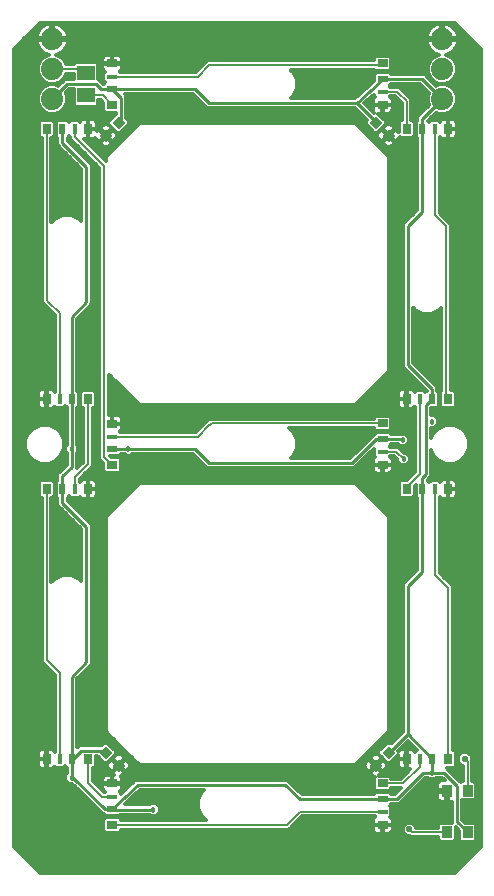
<source format=gtl>
G75*
%MOIN*%
%OFA0B0*%
%FSLAX25Y25*%
%IPPOS*%
%LPD*%
%AMOC8*
5,1,8,0,0,1.08239X$1,22.5*
%
%ADD10R,0.03500X0.02200*%
%ADD11R,0.03500X0.01500*%
%ADD12R,0.03500X0.02900*%
%ADD13R,0.03500X0.02600*%
%ADD14R,0.02200X0.03500*%
%ADD15R,0.01500X0.03500*%
%ADD16R,0.02900X0.03500*%
%ADD17R,0.02600X0.03500*%
%ADD18R,0.05906X0.05118*%
%ADD19R,0.03346X0.03937*%
%ADD20C,0.07400*%
%ADD21R,0.03150X0.03150*%
%ADD22C,0.02178*%
%ADD23C,0.01200*%
%ADD24C,0.01000*%
%ADD25C,0.01800*%
%ADD26C,0.00800*%
D10*
X0041600Y0030000D03*
X0041600Y0149900D03*
X0041600Y0270000D03*
X0131700Y0273200D03*
X0131700Y0153200D03*
X0131700Y0033200D03*
D11*
X0131700Y0029100D03*
X0131700Y0149100D03*
X0131700Y0269100D03*
X0041600Y0274100D03*
X0041600Y0154000D03*
X0041600Y0034100D03*
D12*
X0041600Y0024700D03*
X0041600Y0144600D03*
X0041600Y0264700D03*
X0131700Y0278500D03*
X0131700Y0158500D03*
X0131700Y0038500D03*
D13*
X0131700Y0024700D03*
X0131700Y0144700D03*
X0131700Y0264700D03*
X0041600Y0278500D03*
X0041600Y0158400D03*
X0041600Y0038500D03*
D14*
X0028200Y0046600D03*
X0025000Y0136600D03*
X0028200Y0166600D03*
X0025000Y0256600D03*
X0145000Y0256600D03*
X0148200Y0166600D03*
X0145000Y0136600D03*
X0148200Y0046600D03*
D15*
X0144100Y0046600D03*
X0149100Y0136600D03*
X0144100Y0166600D03*
X0149100Y0256600D03*
X0029100Y0256600D03*
X0024100Y0166600D03*
X0029100Y0136600D03*
X0024100Y0046600D03*
D16*
X0033500Y0046600D03*
X0019700Y0136600D03*
X0033500Y0166600D03*
X0019700Y0256600D03*
X0139700Y0256600D03*
X0153500Y0166600D03*
X0139700Y0136600D03*
X0153500Y0046600D03*
D17*
X0139700Y0046600D03*
X0153500Y0136600D03*
X0139700Y0166600D03*
X0153500Y0256600D03*
X0033500Y0256600D03*
X0019700Y0166600D03*
X0033500Y0136600D03*
X0019700Y0046600D03*
D18*
X0032850Y0267860D03*
X0032850Y0275340D03*
D19*
X0153155Y0035990D03*
X0160045Y0035990D03*
X0160045Y0022210D03*
X0153155Y0022210D03*
D20*
X0151600Y0266600D03*
X0151600Y0276600D03*
X0151600Y0286600D03*
X0021600Y0286600D03*
X0021600Y0276600D03*
X0021600Y0266600D03*
D21*
G36*
X0041706Y0254479D02*
X0039479Y0252252D01*
X0037252Y0254479D01*
X0039479Y0256706D01*
X0041706Y0254479D01*
G37*
G36*
X0045948Y0258721D02*
X0043721Y0256494D01*
X0041494Y0258721D01*
X0043721Y0260948D01*
X0045948Y0258721D01*
G37*
G36*
X0129479Y0260948D02*
X0131706Y0258721D01*
X0129479Y0256494D01*
X0127252Y0258721D01*
X0129479Y0260948D01*
G37*
G36*
X0133721Y0256706D02*
X0135948Y0254479D01*
X0133721Y0252252D01*
X0131494Y0254479D01*
X0133721Y0256706D01*
G37*
G36*
X0135948Y0048721D02*
X0133721Y0046494D01*
X0131494Y0048721D01*
X0133721Y0050948D01*
X0135948Y0048721D01*
G37*
G36*
X0131706Y0044479D02*
X0129479Y0042252D01*
X0127252Y0044479D01*
X0129479Y0046706D01*
X0131706Y0044479D01*
G37*
G36*
X0043721Y0046706D02*
X0045948Y0044479D01*
X0043721Y0042252D01*
X0041494Y0044479D01*
X0043721Y0046706D01*
G37*
G36*
X0039479Y0050948D02*
X0041706Y0048721D01*
X0039479Y0046494D01*
X0037252Y0048721D01*
X0039479Y0050948D01*
G37*
D22*
X0044100Y0049100D03*
X0049100Y0019100D03*
X0021600Y0011600D03*
X0041600Y0136600D03*
X0036550Y0156650D03*
X0041600Y0166600D03*
X0014100Y0161600D03*
X0044100Y0254100D03*
X0129100Y0254100D03*
X0131600Y0166600D03*
X0131600Y0136600D03*
X0129100Y0049100D03*
X0143800Y0026800D03*
X0140670Y0023170D03*
X0151600Y0011600D03*
X0159100Y0046600D03*
D23*
X0161834Y0014803D02*
X0011366Y0014803D01*
X0012565Y0013605D02*
X0160635Y0013605D01*
X0159437Y0012406D02*
X0013763Y0012406D01*
X0014962Y0011208D02*
X0158238Y0011208D01*
X0157040Y0010009D02*
X0016160Y0010009D01*
X0017359Y0008811D02*
X0155841Y0008811D01*
X0155730Y0008700D02*
X0164500Y0017470D01*
X0164500Y0283230D01*
X0155730Y0292000D01*
X0017470Y0292000D01*
X0008700Y0283230D01*
X0008700Y0017470D01*
X0017470Y0008700D01*
X0155730Y0008700D01*
X0155325Y0019042D02*
X0150985Y0019042D01*
X0150282Y0019745D01*
X0150282Y0020610D01*
X0140967Y0020610D01*
X0140696Y0020881D01*
X0139722Y0020881D01*
X0138381Y0022222D01*
X0138381Y0024118D01*
X0139722Y0025459D01*
X0141618Y0025459D01*
X0142959Y0024118D01*
X0142959Y0023810D01*
X0150282Y0023810D01*
X0150282Y0024676D01*
X0150985Y0025379D01*
X0154900Y0025379D01*
X0154900Y0032421D01*
X0153392Y0032421D01*
X0153392Y0035753D01*
X0152918Y0035753D01*
X0149882Y0035753D01*
X0149882Y0033811D01*
X0149991Y0033404D01*
X0150202Y0033039D01*
X0150499Y0032741D01*
X0150864Y0032530D01*
X0151271Y0032421D01*
X0152918Y0032421D01*
X0152918Y0035753D01*
X0152918Y0036226D01*
X0149882Y0036226D01*
X0149882Y0038169D01*
X0149991Y0038576D01*
X0150202Y0038941D01*
X0150499Y0039239D01*
X0150864Y0039449D01*
X0151271Y0039558D01*
X0152380Y0039558D01*
X0151538Y0040400D01*
X0149370Y0040400D01*
X0148970Y0040000D01*
X0147230Y0040000D01*
X0146830Y0040400D01*
X0146004Y0040400D01*
X0137104Y0031500D01*
X0134547Y0031500D01*
X0134022Y0030975D01*
X0134650Y0030347D01*
X0134650Y0027853D01*
X0134207Y0027410D01*
X0134432Y0027280D01*
X0134730Y0026982D01*
X0134941Y0026618D01*
X0135050Y0026211D01*
X0135050Y0024750D01*
X0131750Y0024750D01*
X0131750Y0024650D01*
X0135050Y0024650D01*
X0135050Y0023189D01*
X0134941Y0022782D01*
X0134730Y0022418D01*
X0134432Y0022120D01*
X0134068Y0021909D01*
X0133661Y0021800D01*
X0131750Y0021800D01*
X0131750Y0024650D01*
X0131650Y0024650D01*
X0131650Y0021800D01*
X0129739Y0021800D01*
X0129332Y0021909D01*
X0128968Y0022120D01*
X0128670Y0022418D01*
X0128459Y0022782D01*
X0128350Y0023189D01*
X0128350Y0024650D01*
X0131650Y0024650D01*
X0131650Y0024750D01*
X0128350Y0024750D01*
X0128350Y0026211D01*
X0128459Y0026618D01*
X0128670Y0026982D01*
X0128968Y0027280D01*
X0129193Y0027410D01*
X0129103Y0027500D01*
X0104763Y0027500D01*
X0100363Y0023100D01*
X0044550Y0023100D01*
X0044550Y0022753D01*
X0043847Y0022050D01*
X0039353Y0022050D01*
X0038650Y0022753D01*
X0038650Y0026647D01*
X0039353Y0027350D01*
X0043847Y0027350D01*
X0044550Y0026647D01*
X0044550Y0026300D01*
X0072708Y0026300D01*
X0071090Y0027918D01*
X0070100Y0030307D01*
X0070100Y0032893D01*
X0071090Y0035282D01*
X0072108Y0036300D01*
X0050774Y0036300D01*
X0045674Y0031500D01*
X0054030Y0031500D01*
X0054430Y0031900D01*
X0056170Y0031900D01*
X0057400Y0030670D01*
X0057400Y0028930D01*
X0056170Y0027700D01*
X0054430Y0027700D01*
X0054030Y0028100D01*
X0044247Y0028100D01*
X0043847Y0027700D01*
X0039353Y0027700D01*
X0038753Y0028300D01*
X0038396Y0028300D01*
X0037400Y0029296D01*
X0028315Y0038381D01*
X0027228Y0038381D01*
X0025998Y0039611D01*
X0025998Y0041350D01*
X0026500Y0041852D01*
X0026500Y0043753D01*
X0025975Y0044278D01*
X0025347Y0043650D01*
X0022853Y0043650D01*
X0022410Y0044093D01*
X0022280Y0043868D01*
X0021982Y0043570D01*
X0021618Y0043359D01*
X0021211Y0043250D01*
X0019750Y0043250D01*
X0019750Y0046550D01*
X0019650Y0046550D01*
X0019650Y0043250D01*
X0018189Y0043250D01*
X0017782Y0043359D01*
X0017418Y0043570D01*
X0017120Y0043868D01*
X0016909Y0044232D01*
X0016800Y0044639D01*
X0016800Y0046550D01*
X0019650Y0046550D01*
X0019650Y0046650D01*
X0019650Y0049950D01*
X0018189Y0049950D01*
X0017782Y0049841D01*
X0017418Y0049630D01*
X0017120Y0049332D01*
X0016909Y0048968D01*
X0016800Y0048561D01*
X0016800Y0046650D01*
X0019650Y0046650D01*
X0019750Y0046650D01*
X0019750Y0049950D01*
X0021211Y0049950D01*
X0021618Y0049841D01*
X0021982Y0049630D01*
X0022280Y0049332D01*
X0022410Y0049107D01*
X0022500Y0049197D01*
X0022500Y0074528D01*
X0018100Y0078928D01*
X0018100Y0133650D01*
X0017753Y0133650D01*
X0017050Y0134353D01*
X0017050Y0138847D01*
X0017753Y0139550D01*
X0021647Y0139550D01*
X0022350Y0138847D01*
X0022350Y0134353D01*
X0021647Y0133650D01*
X0021300Y0133650D01*
X0021300Y0105492D01*
X0022918Y0107110D01*
X0025307Y0108100D01*
X0027893Y0108100D01*
X0030282Y0107110D01*
X0031300Y0106092D01*
X0031300Y0123396D01*
X0023300Y0131396D01*
X0023300Y0133753D01*
X0022700Y0134353D01*
X0022700Y0138847D01*
X0023300Y0139447D01*
X0023300Y0141706D01*
X0026398Y0144804D01*
X0026398Y0148730D01*
X0025998Y0149130D01*
X0025998Y0150870D01*
X0026406Y0151277D01*
X0026408Y0151611D01*
X0026408Y0163845D01*
X0025975Y0164278D01*
X0025347Y0163650D01*
X0022853Y0163650D01*
X0022410Y0164093D01*
X0022280Y0163868D01*
X0021982Y0163570D01*
X0021618Y0163359D01*
X0021211Y0163250D01*
X0019750Y0163250D01*
X0019750Y0166550D01*
X0019650Y0166550D01*
X0019650Y0163250D01*
X0018189Y0163250D01*
X0017782Y0163359D01*
X0017418Y0163570D01*
X0017120Y0163868D01*
X0016909Y0164232D01*
X0016800Y0164639D01*
X0016800Y0166550D01*
X0019650Y0166550D01*
X0019650Y0166650D01*
X0019650Y0169950D01*
X0018189Y0169950D01*
X0017782Y0169841D01*
X0017418Y0169630D01*
X0017120Y0169332D01*
X0016909Y0168968D01*
X0016800Y0168561D01*
X0016800Y0166650D01*
X0019650Y0166650D01*
X0019750Y0166650D01*
X0019750Y0169950D01*
X0021211Y0169950D01*
X0021618Y0169841D01*
X0021982Y0169630D01*
X0022280Y0169332D01*
X0022410Y0169107D01*
X0022500Y0169197D01*
X0022500Y0194528D01*
X0018700Y0198328D01*
X0018700Y0198437D01*
X0018100Y0199037D01*
X0018100Y0253650D01*
X0017753Y0253650D01*
X0017050Y0254353D01*
X0017050Y0258847D01*
X0017753Y0259550D01*
X0021647Y0259550D01*
X0022350Y0258847D01*
X0022350Y0254353D01*
X0021647Y0253650D01*
X0021300Y0253650D01*
X0021300Y0225492D01*
X0022918Y0227110D01*
X0025307Y0228100D01*
X0027893Y0228100D01*
X0030282Y0227110D01*
X0031300Y0226092D01*
X0031300Y0243396D01*
X0023300Y0251396D01*
X0023300Y0253753D01*
X0022700Y0254353D01*
X0022700Y0258847D01*
X0023403Y0259550D01*
X0026597Y0259550D01*
X0027225Y0258922D01*
X0027853Y0259550D01*
X0030347Y0259550D01*
X0030790Y0259107D01*
X0030920Y0259332D01*
X0031218Y0259630D01*
X0031582Y0259841D01*
X0031989Y0259950D01*
X0033450Y0259950D01*
X0033450Y0256650D01*
X0033550Y0256650D01*
X0033550Y0259950D01*
X0035011Y0259950D01*
X0035418Y0259841D01*
X0035782Y0259630D01*
X0036080Y0259332D01*
X0036291Y0258968D01*
X0036400Y0258561D01*
X0036400Y0256650D01*
X0033550Y0256650D01*
X0033550Y0256550D01*
X0036400Y0256550D01*
X0036400Y0255890D01*
X0037101Y0256591D01*
X0039214Y0254479D01*
X0039479Y0254744D01*
X0041591Y0256856D01*
X0040461Y0257986D01*
X0040096Y0258197D01*
X0039689Y0258306D01*
X0039268Y0258306D01*
X0038861Y0258197D01*
X0038496Y0257986D01*
X0037366Y0256856D01*
X0039479Y0254744D01*
X0039744Y0254479D01*
X0041856Y0256591D01*
X0042986Y0255461D01*
X0043197Y0255096D01*
X0043306Y0254689D01*
X0043306Y0254268D01*
X0043197Y0253861D01*
X0042986Y0253496D01*
X0041856Y0252366D01*
X0039744Y0254479D01*
X0039479Y0254214D01*
X0041591Y0252101D01*
X0040461Y0250971D01*
X0040096Y0250761D01*
X0039689Y0250652D01*
X0039268Y0250652D01*
X0038861Y0250761D01*
X0038496Y0250971D01*
X0037366Y0252101D01*
X0039479Y0254214D01*
X0039214Y0254479D01*
X0037101Y0252366D01*
X0035971Y0253496D01*
X0035875Y0253663D01*
X0035782Y0253570D01*
X0035418Y0253359D01*
X0035011Y0253250D01*
X0033550Y0253250D01*
X0033550Y0256550D01*
X0033450Y0256550D01*
X0033450Y0253250D01*
X0032234Y0253250D01*
X0039500Y0245984D01*
X0039500Y0247470D01*
X0040730Y0248700D01*
X0049500Y0257470D01*
X0050730Y0258700D01*
X0122470Y0258700D01*
X0133700Y0247470D01*
X0133700Y0175730D01*
X0132470Y0174500D01*
X0122470Y0164500D01*
X0050730Y0164500D01*
X0040450Y0174780D01*
X0040450Y0161300D01*
X0041550Y0161300D01*
X0041550Y0158450D01*
X0041650Y0158450D01*
X0041650Y0161300D01*
X0043561Y0161300D01*
X0043968Y0161191D01*
X0044332Y0160980D01*
X0044630Y0160682D01*
X0044841Y0160318D01*
X0044950Y0159911D01*
X0044950Y0158450D01*
X0041650Y0158450D01*
X0041650Y0158350D01*
X0044950Y0158350D01*
X0044950Y0156889D01*
X0044841Y0156482D01*
X0044630Y0156118D01*
X0044332Y0155820D01*
X0044107Y0155690D01*
X0044197Y0155600D01*
X0069428Y0155600D01*
X0072390Y0158563D01*
X0073328Y0159500D01*
X0073437Y0159500D01*
X0074037Y0160100D01*
X0128750Y0160100D01*
X0128750Y0160447D01*
X0129453Y0161150D01*
X0133947Y0161150D01*
X0134650Y0160447D01*
X0134650Y0156553D01*
X0133947Y0155850D01*
X0129453Y0155850D01*
X0128750Y0156553D01*
X0128750Y0156900D01*
X0100492Y0156900D01*
X0102110Y0155282D01*
X0103100Y0152893D01*
X0103100Y0150307D01*
X0102110Y0147918D01*
X0101092Y0146900D01*
X0120896Y0146900D01*
X0128750Y0154754D01*
X0128750Y0154797D01*
X0129453Y0155500D01*
X0133947Y0155500D01*
X0134547Y0154900D01*
X0137330Y0154900D01*
X0137530Y0155100D01*
X0139270Y0155100D01*
X0140500Y0153870D01*
X0140500Y0152130D01*
X0139270Y0150900D01*
X0137530Y0150900D01*
X0136930Y0151500D01*
X0134547Y0151500D01*
X0134022Y0150975D01*
X0134297Y0150700D01*
X0136863Y0150700D01*
X0138863Y0148700D01*
X0139570Y0148700D01*
X0140800Y0147470D01*
X0140800Y0145730D01*
X0139570Y0144500D01*
X0137830Y0144500D01*
X0136600Y0145730D01*
X0136600Y0146437D01*
X0135537Y0147500D01*
X0134297Y0147500D01*
X0134207Y0147410D01*
X0134432Y0147280D01*
X0134730Y0146982D01*
X0134941Y0146618D01*
X0135050Y0146211D01*
X0135050Y0144750D01*
X0131750Y0144750D01*
X0131750Y0144650D01*
X0135050Y0144650D01*
X0135050Y0143189D01*
X0134941Y0142782D01*
X0134730Y0142418D01*
X0134432Y0142120D01*
X0134068Y0141909D01*
X0133661Y0141800D01*
X0131750Y0141800D01*
X0131750Y0144650D01*
X0131650Y0144650D01*
X0131650Y0141800D01*
X0129739Y0141800D01*
X0129332Y0141909D01*
X0128968Y0142120D01*
X0128670Y0142418D01*
X0128459Y0142782D01*
X0128350Y0143189D01*
X0128350Y0144650D01*
X0131650Y0144650D01*
X0131650Y0144750D01*
X0128350Y0144750D01*
X0128350Y0146211D01*
X0128459Y0146618D01*
X0128670Y0146982D01*
X0128968Y0147280D01*
X0129193Y0147410D01*
X0128750Y0147853D01*
X0128750Y0149946D01*
X0123300Y0144496D01*
X0122304Y0143500D01*
X0073245Y0143500D01*
X0072249Y0144496D01*
X0068545Y0148200D01*
X0048268Y0148200D01*
X0047868Y0147800D01*
X0046128Y0147800D01*
X0045728Y0148200D01*
X0044447Y0148200D01*
X0043847Y0147600D01*
X0040863Y0147600D01*
X0041213Y0147250D01*
X0043847Y0147250D01*
X0044550Y0146547D01*
X0044550Y0142653D01*
X0043847Y0141950D01*
X0039353Y0141950D01*
X0038650Y0142653D01*
X0038650Y0145287D01*
X0038187Y0145750D01*
X0037250Y0146687D01*
X0037250Y0243709D01*
X0027500Y0253459D01*
X0027500Y0254003D01*
X0027225Y0254278D01*
X0026700Y0253753D01*
X0026700Y0252804D01*
X0034700Y0244804D01*
X0034700Y0198245D01*
X0033704Y0197249D01*
X0029900Y0193445D01*
X0029900Y0169447D01*
X0030500Y0168847D01*
X0030500Y0164353D01*
X0029808Y0163661D01*
X0029808Y0152304D01*
X0029812Y0152300D01*
X0029808Y0151600D01*
X0029808Y0151260D01*
X0030198Y0150870D01*
X0030198Y0149130D01*
X0029798Y0148730D01*
X0029798Y0143555D01*
X0031900Y0145657D01*
X0031900Y0163650D01*
X0031553Y0163650D01*
X0030850Y0164353D01*
X0030850Y0168847D01*
X0031553Y0169550D01*
X0035447Y0169550D01*
X0036150Y0168847D01*
X0036150Y0164353D01*
X0035447Y0163650D01*
X0035100Y0163650D01*
X0035100Y0144331D01*
X0030700Y0139931D01*
X0030700Y0139197D01*
X0030790Y0139107D01*
X0030920Y0139332D01*
X0031218Y0139630D01*
X0031582Y0139841D01*
X0031989Y0139950D01*
X0033450Y0139950D01*
X0033450Y0136650D01*
X0033550Y0136650D01*
X0033550Y0139950D01*
X0035011Y0139950D01*
X0035418Y0139841D01*
X0035782Y0139630D01*
X0036080Y0139332D01*
X0036291Y0138968D01*
X0036400Y0138561D01*
X0036400Y0136650D01*
X0033550Y0136650D01*
X0033550Y0136550D01*
X0036400Y0136550D01*
X0036400Y0134639D01*
X0036291Y0134232D01*
X0036080Y0133868D01*
X0035782Y0133570D01*
X0035418Y0133359D01*
X0035011Y0133250D01*
X0033550Y0133250D01*
X0033550Y0136550D01*
X0033450Y0136550D01*
X0033450Y0133250D01*
X0031989Y0133250D01*
X0031582Y0133359D01*
X0031218Y0133570D01*
X0030920Y0133868D01*
X0030790Y0134093D01*
X0030347Y0133650D01*
X0027853Y0133650D01*
X0027225Y0134278D01*
X0026700Y0133753D01*
X0026700Y0132804D01*
X0034700Y0124804D01*
X0034700Y0078245D01*
X0033704Y0077249D01*
X0029900Y0073445D01*
X0029900Y0050539D01*
X0030540Y0051180D01*
X0038013Y0051180D01*
X0038982Y0052148D01*
X0039976Y0052148D01*
X0042906Y0049218D01*
X0042906Y0048224D01*
X0039976Y0045294D01*
X0038982Y0045294D01*
X0036496Y0047780D01*
X0036150Y0047780D01*
X0036150Y0044353D01*
X0035447Y0043650D01*
X0035100Y0043650D01*
X0035100Y0039363D01*
X0038763Y0035700D01*
X0039003Y0035700D01*
X0039093Y0035790D01*
X0038868Y0035920D01*
X0038570Y0036218D01*
X0038359Y0036582D01*
X0038250Y0036989D01*
X0038250Y0038450D01*
X0041550Y0038450D01*
X0041550Y0038550D01*
X0041550Y0041400D01*
X0039639Y0041400D01*
X0039232Y0041291D01*
X0038868Y0041080D01*
X0038570Y0040782D01*
X0038359Y0040418D01*
X0038250Y0040011D01*
X0038250Y0038550D01*
X0041550Y0038550D01*
X0041650Y0038550D01*
X0041650Y0041400D01*
X0042310Y0041400D01*
X0041609Y0042101D01*
X0043721Y0044214D01*
X0043456Y0044479D01*
X0041344Y0046591D01*
X0040214Y0045461D01*
X0040003Y0045096D01*
X0039894Y0044689D01*
X0039894Y0044268D01*
X0040003Y0043861D01*
X0040214Y0043496D01*
X0041344Y0042366D01*
X0043456Y0044479D01*
X0043721Y0044744D01*
X0041609Y0046856D01*
X0042739Y0047986D01*
X0043104Y0048197D01*
X0043511Y0048306D01*
X0043932Y0048306D01*
X0044339Y0048197D01*
X0044704Y0047986D01*
X0045834Y0046856D01*
X0043721Y0044744D01*
X0043986Y0044479D01*
X0046099Y0046591D01*
X0047229Y0045461D01*
X0047439Y0045096D01*
X0047548Y0044689D01*
X0047548Y0044268D01*
X0047439Y0043861D01*
X0047229Y0043496D01*
X0046099Y0042366D01*
X0043986Y0044479D01*
X0043721Y0044214D01*
X0045834Y0042101D01*
X0044704Y0040971D01*
X0044537Y0040875D01*
X0044630Y0040782D01*
X0044841Y0040418D01*
X0044950Y0040011D01*
X0044950Y0038550D01*
X0041650Y0038550D01*
X0041650Y0038450D01*
X0044950Y0038450D01*
X0044950Y0036989D01*
X0044841Y0036582D01*
X0044630Y0036218D01*
X0044332Y0035920D01*
X0044107Y0035790D01*
X0044550Y0035347D01*
X0044550Y0035111D01*
X0048916Y0039220D01*
X0049396Y0039700D01*
X0049426Y0039700D01*
X0049448Y0039721D01*
X0050126Y0039700D01*
X0099955Y0039700D01*
X0104755Y0034900D01*
X0128853Y0034900D01*
X0129453Y0035500D01*
X0133947Y0035500D01*
X0134547Y0034900D01*
X0135696Y0034900D01*
X0137696Y0036900D01*
X0134650Y0036900D01*
X0134650Y0036553D01*
X0133947Y0035850D01*
X0129453Y0035850D01*
X0128750Y0036553D01*
X0128750Y0040447D01*
X0129021Y0040718D01*
X0128861Y0040761D01*
X0128496Y0040971D01*
X0127366Y0042101D01*
X0129479Y0044214D01*
X0129744Y0044479D01*
X0129479Y0044744D01*
X0131591Y0046856D01*
X0130461Y0047986D01*
X0130096Y0048197D01*
X0129689Y0048306D01*
X0129268Y0048306D01*
X0128861Y0048197D01*
X0128496Y0047986D01*
X0127366Y0046856D01*
X0129479Y0044744D01*
X0129214Y0044479D01*
X0127101Y0046591D01*
X0125971Y0045461D01*
X0125761Y0045096D01*
X0125652Y0044689D01*
X0125652Y0044268D01*
X0125761Y0043861D01*
X0125971Y0043496D01*
X0127101Y0042366D01*
X0129214Y0044479D01*
X0129479Y0044214D01*
X0131591Y0042101D01*
X0130640Y0041150D01*
X0133947Y0041150D01*
X0134650Y0040447D01*
X0134650Y0040100D01*
X0137837Y0040100D01*
X0140987Y0043250D01*
X0139750Y0043250D01*
X0139750Y0046550D01*
X0139650Y0046550D01*
X0139650Y0043250D01*
X0138189Y0043250D01*
X0137782Y0043359D01*
X0137418Y0043570D01*
X0137120Y0043868D01*
X0136909Y0044232D01*
X0136800Y0044639D01*
X0136800Y0046550D01*
X0139650Y0046550D01*
X0139650Y0046650D01*
X0139650Y0049950D01*
X0138189Y0049950D01*
X0137782Y0049841D01*
X0137418Y0049630D01*
X0137120Y0049332D01*
X0137088Y0049278D01*
X0136947Y0049420D01*
X0140174Y0052647D01*
X0143089Y0049550D01*
X0142853Y0049550D01*
X0142410Y0049107D01*
X0142280Y0049332D01*
X0141982Y0049630D01*
X0141618Y0049841D01*
X0141211Y0049950D01*
X0139750Y0049950D01*
X0139750Y0046650D01*
X0139650Y0046650D01*
X0136800Y0046650D01*
X0136800Y0047876D01*
X0134218Y0045294D01*
X0133224Y0045294D01*
X0130294Y0048224D01*
X0130294Y0049218D01*
X0133224Y0052148D01*
X0134218Y0052148D01*
X0134543Y0051824D01*
X0138500Y0055781D01*
X0138500Y0104955D01*
X0139496Y0105951D01*
X0139496Y0105951D01*
X0143300Y0109755D01*
X0143300Y0133753D01*
X0142700Y0134353D01*
X0142700Y0137937D01*
X0142350Y0137587D01*
X0142350Y0134353D01*
X0141647Y0133650D01*
X0137753Y0133650D01*
X0137050Y0134353D01*
X0137050Y0138847D01*
X0137753Y0139550D01*
X0139787Y0139550D01*
X0142500Y0142263D01*
X0142500Y0164003D01*
X0142410Y0164093D01*
X0142280Y0163868D01*
X0141982Y0163570D01*
X0141618Y0163359D01*
X0141211Y0163250D01*
X0139750Y0163250D01*
X0139750Y0166550D01*
X0139650Y0166550D01*
X0139650Y0163250D01*
X0138189Y0163250D01*
X0137782Y0163359D01*
X0137418Y0163570D01*
X0137120Y0163868D01*
X0136909Y0164232D01*
X0136800Y0164639D01*
X0136800Y0166550D01*
X0139650Y0166550D01*
X0139650Y0166650D01*
X0139650Y0169950D01*
X0138189Y0169950D01*
X0137782Y0169841D01*
X0137418Y0169630D01*
X0137120Y0169332D01*
X0136909Y0168968D01*
X0136800Y0168561D01*
X0136800Y0166650D01*
X0139650Y0166650D01*
X0139750Y0166650D01*
X0139750Y0169950D01*
X0141211Y0169950D01*
X0141618Y0169841D01*
X0141982Y0169630D01*
X0142280Y0169332D01*
X0142410Y0169107D01*
X0142853Y0169550D01*
X0145347Y0169550D01*
X0145975Y0168922D01*
X0146424Y0169371D01*
X0139496Y0176300D01*
X0138500Y0177296D01*
X0138500Y0224955D01*
X0139496Y0225951D01*
X0139496Y0225951D01*
X0143300Y0229755D01*
X0143300Y0253753D01*
X0142700Y0254353D01*
X0142700Y0258847D01*
X0143300Y0259447D01*
X0143300Y0260704D01*
X0147146Y0264550D01*
X0146700Y0265625D01*
X0146700Y0267575D01*
X0147146Y0268650D01*
X0144296Y0271500D01*
X0134547Y0271500D01*
X0134022Y0270975D01*
X0134297Y0270700D01*
X0137263Y0270700D01*
X0141300Y0266663D01*
X0141300Y0259550D01*
X0141647Y0259550D01*
X0142350Y0258847D01*
X0142350Y0254353D01*
X0141647Y0253650D01*
X0137753Y0253650D01*
X0137461Y0253942D01*
X0137439Y0253861D01*
X0137229Y0253496D01*
X0136099Y0252366D01*
X0133986Y0254479D01*
X0133721Y0254744D01*
X0133456Y0254479D01*
X0131344Y0256591D01*
X0130214Y0255461D01*
X0130003Y0255096D01*
X0129894Y0254689D01*
X0129894Y0254268D01*
X0130003Y0253861D01*
X0130214Y0253496D01*
X0131344Y0252366D01*
X0133456Y0254479D01*
X0133721Y0254214D01*
X0131609Y0252101D01*
X0132739Y0250971D01*
X0133104Y0250761D01*
X0133511Y0250652D01*
X0133932Y0250652D01*
X0134339Y0250761D01*
X0134704Y0250971D01*
X0135834Y0252101D01*
X0133721Y0254214D01*
X0133986Y0254479D01*
X0136099Y0256591D01*
X0137050Y0255640D01*
X0137050Y0258847D01*
X0137753Y0259550D01*
X0138100Y0259550D01*
X0138100Y0265337D01*
X0135937Y0267500D01*
X0134297Y0267500D01*
X0134207Y0267410D01*
X0134432Y0267280D01*
X0134730Y0266982D01*
X0134941Y0266618D01*
X0135050Y0266211D01*
X0135050Y0264750D01*
X0131750Y0264750D01*
X0131750Y0264650D01*
X0135050Y0264650D01*
X0135050Y0263189D01*
X0134941Y0262782D01*
X0134730Y0262418D01*
X0134432Y0262120D01*
X0134068Y0261909D01*
X0133661Y0261800D01*
X0131750Y0261800D01*
X0131750Y0264650D01*
X0131650Y0264650D01*
X0131650Y0261800D01*
X0130324Y0261800D01*
X0132906Y0259218D01*
X0132906Y0258224D01*
X0129976Y0255294D01*
X0128982Y0255294D01*
X0126052Y0258224D01*
X0126052Y0259218D01*
X0126426Y0259593D01*
X0122519Y0263500D01*
X0073245Y0263500D01*
X0068445Y0268300D01*
X0045704Y0268300D01*
X0046150Y0267854D01*
X0046150Y0260217D01*
X0047148Y0259218D01*
X0047148Y0258224D01*
X0044218Y0255294D01*
X0043224Y0255294D01*
X0040294Y0258224D01*
X0040294Y0259218D01*
X0042750Y0261674D01*
X0042750Y0262050D01*
X0039353Y0262050D01*
X0038650Y0262753D01*
X0038650Y0265387D01*
X0037777Y0266260D01*
X0037003Y0266260D01*
X0037003Y0264804D01*
X0036300Y0264101D01*
X0029400Y0264101D01*
X0028697Y0264804D01*
X0028697Y0269819D01*
X0027223Y0269819D01*
X0026054Y0268650D01*
X0026500Y0267575D01*
X0026500Y0265625D01*
X0025754Y0263824D01*
X0024376Y0262446D01*
X0022575Y0261700D01*
X0020625Y0261700D01*
X0018824Y0262446D01*
X0017446Y0263824D01*
X0016700Y0265625D01*
X0016700Y0267575D01*
X0017446Y0269376D01*
X0018824Y0270754D01*
X0020625Y0271500D01*
X0022575Y0271500D01*
X0023650Y0271054D01*
X0025815Y0273219D01*
X0028697Y0273219D01*
X0028697Y0275000D01*
X0026241Y0275000D01*
X0025754Y0273824D01*
X0024376Y0272446D01*
X0022575Y0271700D01*
X0020625Y0271700D01*
X0018824Y0272446D01*
X0017446Y0273824D01*
X0016700Y0275625D01*
X0016700Y0277575D01*
X0017446Y0279376D01*
X0018824Y0280754D01*
X0020430Y0281419D01*
X0020359Y0281430D01*
X0019566Y0281688D01*
X0018822Y0282067D01*
X0018147Y0282557D01*
X0017557Y0283147D01*
X0017067Y0283822D01*
X0016688Y0284566D01*
X0016430Y0285359D01*
X0016300Y0286183D01*
X0016300Y0286200D01*
X0021200Y0286200D01*
X0021200Y0287000D01*
X0021200Y0291900D01*
X0021183Y0291900D01*
X0020359Y0291769D01*
X0019566Y0291512D01*
X0018822Y0291133D01*
X0018147Y0290643D01*
X0017557Y0290053D01*
X0017067Y0289378D01*
X0016688Y0288634D01*
X0016430Y0287841D01*
X0016300Y0287017D01*
X0016300Y0287000D01*
X0021200Y0287000D01*
X0022000Y0287000D01*
X0022000Y0291900D01*
X0022017Y0291900D01*
X0022841Y0291769D01*
X0023634Y0291512D01*
X0024378Y0291133D01*
X0025053Y0290643D01*
X0025643Y0290053D01*
X0026133Y0289378D01*
X0026512Y0288634D01*
X0026769Y0287841D01*
X0026900Y0287017D01*
X0026900Y0287000D01*
X0022000Y0287000D01*
X0022000Y0286200D01*
X0026900Y0286200D01*
X0026900Y0286183D01*
X0026769Y0285359D01*
X0026512Y0284566D01*
X0026133Y0283822D01*
X0025643Y0283147D01*
X0025053Y0282557D01*
X0024378Y0282067D01*
X0023634Y0281688D01*
X0022841Y0281430D01*
X0022770Y0281419D01*
X0024376Y0280754D01*
X0025754Y0279376D01*
X0026241Y0278200D01*
X0028697Y0278200D01*
X0028697Y0278396D01*
X0029400Y0279099D01*
X0036300Y0279099D01*
X0037003Y0278396D01*
X0037003Y0273179D01*
X0038481Y0271700D01*
X0038753Y0271700D01*
X0039278Y0272225D01*
X0038650Y0272853D01*
X0038650Y0275347D01*
X0039093Y0275790D01*
X0038868Y0275920D01*
X0038570Y0276218D01*
X0038359Y0276582D01*
X0038250Y0276989D01*
X0038250Y0278450D01*
X0041550Y0278450D01*
X0041550Y0278550D01*
X0041550Y0281400D01*
X0039639Y0281400D01*
X0039232Y0281291D01*
X0038868Y0281080D01*
X0038570Y0280782D01*
X0038359Y0280418D01*
X0038250Y0280011D01*
X0038250Y0278550D01*
X0041550Y0278550D01*
X0041650Y0278550D01*
X0041650Y0281400D01*
X0043561Y0281400D01*
X0043968Y0281291D01*
X0044332Y0281080D01*
X0044630Y0280782D01*
X0044841Y0280418D01*
X0044950Y0280011D01*
X0044950Y0278550D01*
X0041650Y0278550D01*
X0041650Y0278450D01*
X0044950Y0278450D01*
X0044950Y0276989D01*
X0044841Y0276582D01*
X0044630Y0276218D01*
X0044332Y0275920D01*
X0044107Y0275790D01*
X0044197Y0275700D01*
X0069528Y0275700D01*
X0072390Y0278563D01*
X0073328Y0279500D01*
X0128750Y0279500D01*
X0128750Y0280447D01*
X0129453Y0281150D01*
X0133947Y0281150D01*
X0134650Y0280447D01*
X0134650Y0276553D01*
X0133947Y0275850D01*
X0129453Y0275850D01*
X0129003Y0276300D01*
X0101092Y0276300D01*
X0102110Y0275282D01*
X0103100Y0272893D01*
X0103100Y0270307D01*
X0102110Y0267918D01*
X0101092Y0266900D01*
X0122526Y0266900D01*
X0128750Y0272758D01*
X0128750Y0274797D01*
X0129453Y0275500D01*
X0133947Y0275500D01*
X0134547Y0274900D01*
X0145704Y0274900D01*
X0149550Y0271054D01*
X0150625Y0271500D01*
X0152575Y0271500D01*
X0154376Y0270754D01*
X0155754Y0269376D01*
X0156500Y0267575D01*
X0156500Y0265625D01*
X0155754Y0263824D01*
X0154376Y0262446D01*
X0152575Y0261700D01*
X0150625Y0261700D01*
X0149550Y0262146D01*
X0146776Y0259371D01*
X0147225Y0258922D01*
X0147853Y0259550D01*
X0150347Y0259550D01*
X0150790Y0259107D01*
X0150920Y0259332D01*
X0151218Y0259630D01*
X0151582Y0259841D01*
X0151989Y0259950D01*
X0153450Y0259950D01*
X0153450Y0256650D01*
X0153550Y0256650D01*
X0153550Y0259950D01*
X0155011Y0259950D01*
X0155418Y0259841D01*
X0155782Y0259630D01*
X0156080Y0259332D01*
X0156291Y0258968D01*
X0156400Y0258561D01*
X0156400Y0256650D01*
X0153550Y0256650D01*
X0153550Y0256550D01*
X0156400Y0256550D01*
X0156400Y0254639D01*
X0156291Y0254232D01*
X0156080Y0253868D01*
X0155782Y0253570D01*
X0155418Y0253359D01*
X0155011Y0253250D01*
X0153550Y0253250D01*
X0153550Y0256550D01*
X0153450Y0256550D01*
X0153450Y0253250D01*
X0151989Y0253250D01*
X0151582Y0253359D01*
X0151218Y0253570D01*
X0150920Y0253868D01*
X0150790Y0254093D01*
X0150700Y0254003D01*
X0150700Y0228672D01*
X0153563Y0225810D01*
X0154500Y0224872D01*
X0154500Y0169550D01*
X0155447Y0169550D01*
X0156150Y0168847D01*
X0156150Y0164353D01*
X0155447Y0163650D01*
X0151553Y0163650D01*
X0150850Y0164353D01*
X0150850Y0168847D01*
X0151300Y0169297D01*
X0151300Y0197108D01*
X0150282Y0196090D01*
X0147893Y0195100D01*
X0145307Y0195100D01*
X0142918Y0196090D01*
X0141900Y0197108D01*
X0141900Y0178704D01*
X0149900Y0170704D01*
X0149900Y0169447D01*
X0150500Y0168847D01*
X0150500Y0164353D01*
X0149797Y0163650D01*
X0147891Y0163650D01*
X0147891Y0161200D01*
X0148968Y0161200D01*
X0150198Y0159970D01*
X0150198Y0158230D01*
X0148968Y0157000D01*
X0147891Y0157000D01*
X0147891Y0153595D01*
X0148590Y0155282D01*
X0150418Y0157110D01*
X0152807Y0158100D01*
X0155393Y0158100D01*
X0157782Y0157110D01*
X0159610Y0155282D01*
X0160600Y0152893D01*
X0160600Y0150307D01*
X0159610Y0147918D01*
X0157782Y0146090D01*
X0155393Y0145100D01*
X0152807Y0145100D01*
X0150418Y0146090D01*
X0148590Y0147918D01*
X0147891Y0149605D01*
X0147891Y0140865D01*
X0146700Y0139674D01*
X0146700Y0139447D01*
X0147225Y0138922D01*
X0147853Y0139550D01*
X0150347Y0139550D01*
X0150790Y0139107D01*
X0150920Y0139332D01*
X0151218Y0139630D01*
X0151582Y0139841D01*
X0151989Y0139950D01*
X0153450Y0139950D01*
X0153450Y0136650D01*
X0153550Y0136650D01*
X0153550Y0139950D01*
X0155011Y0139950D01*
X0155418Y0139841D01*
X0155782Y0139630D01*
X0156080Y0139332D01*
X0156291Y0138968D01*
X0156400Y0138561D01*
X0156400Y0136650D01*
X0153550Y0136650D01*
X0153550Y0136550D01*
X0156400Y0136550D01*
X0156400Y0134639D01*
X0156291Y0134232D01*
X0156080Y0133868D01*
X0155782Y0133570D01*
X0155418Y0133359D01*
X0155011Y0133250D01*
X0153550Y0133250D01*
X0153550Y0136550D01*
X0153450Y0136550D01*
X0153450Y0133250D01*
X0151989Y0133250D01*
X0151582Y0133359D01*
X0151218Y0133570D01*
X0150920Y0133868D01*
X0150790Y0134093D01*
X0150700Y0134003D01*
X0150700Y0108672D01*
X0155100Y0104272D01*
X0155100Y0049550D01*
X0155447Y0049550D01*
X0156150Y0048847D01*
X0156150Y0044353D01*
X0155447Y0043650D01*
X0153096Y0043650D01*
X0153942Y0042804D01*
X0157304Y0039442D01*
X0157731Y0039015D01*
X0157875Y0039158D01*
X0158445Y0039158D01*
X0158445Y0044311D01*
X0158152Y0044311D01*
X0156811Y0045652D01*
X0156811Y0047548D01*
X0158152Y0048889D01*
X0160048Y0048889D01*
X0161389Y0047548D01*
X0161389Y0046574D01*
X0161645Y0046318D01*
X0161645Y0039158D01*
X0162215Y0039158D01*
X0162918Y0038455D01*
X0162918Y0033524D01*
X0162215Y0032821D01*
X0158300Y0032821D01*
X0158300Y0026359D01*
X0159281Y0025379D01*
X0162215Y0025379D01*
X0162918Y0024676D01*
X0162918Y0019745D01*
X0162215Y0019042D01*
X0157875Y0019042D01*
X0157172Y0019745D01*
X0157172Y0022679D01*
X0156028Y0023823D01*
X0156028Y0019745D01*
X0155325Y0019042D01*
X0155881Y0019598D02*
X0157319Y0019598D01*
X0157172Y0020796D02*
X0156028Y0020796D01*
X0156028Y0021995D02*
X0157172Y0021995D01*
X0156658Y0023193D02*
X0156028Y0023193D01*
X0154900Y0025590D02*
X0135050Y0025590D01*
X0135050Y0024392D02*
X0138654Y0024392D01*
X0138381Y0023193D02*
X0135050Y0023193D01*
X0134216Y0021995D02*
X0138608Y0021995D01*
X0140781Y0020796D02*
X0008700Y0020796D01*
X0008700Y0019598D02*
X0150429Y0019598D01*
X0150282Y0024392D02*
X0142685Y0024392D01*
X0138385Y0032781D02*
X0150459Y0032781D01*
X0149882Y0033980D02*
X0139584Y0033980D01*
X0140782Y0035178D02*
X0149882Y0035178D01*
X0149882Y0036377D02*
X0141981Y0036377D01*
X0143179Y0037575D02*
X0149882Y0037575D01*
X0150105Y0038774D02*
X0144378Y0038774D01*
X0145576Y0039972D02*
X0151966Y0039972D01*
X0153179Y0043568D02*
X0158445Y0043568D01*
X0158445Y0042369D02*
X0154377Y0042369D01*
X0155576Y0041171D02*
X0158445Y0041171D01*
X0158445Y0039972D02*
X0156774Y0039972D01*
X0156150Y0044766D02*
X0157697Y0044766D01*
X0156811Y0045965D02*
X0156150Y0045965D01*
X0156150Y0047163D02*
X0156811Y0047163D01*
X0156150Y0048362D02*
X0157625Y0048362D01*
X0155100Y0049560D02*
X0164500Y0049560D01*
X0164500Y0048362D02*
X0160575Y0048362D01*
X0161389Y0047163D02*
X0164500Y0047163D01*
X0164500Y0045965D02*
X0161645Y0045965D01*
X0161645Y0044766D02*
X0164500Y0044766D01*
X0164500Y0043568D02*
X0161645Y0043568D01*
X0161645Y0042369D02*
X0164500Y0042369D01*
X0164500Y0041171D02*
X0161645Y0041171D01*
X0161645Y0039972D02*
X0164500Y0039972D01*
X0164500Y0038774D02*
X0162600Y0038774D01*
X0162918Y0037575D02*
X0164500Y0037575D01*
X0164500Y0036377D02*
X0162918Y0036377D01*
X0162918Y0035178D02*
X0164500Y0035178D01*
X0164500Y0033980D02*
X0162918Y0033980D01*
X0164500Y0032781D02*
X0158300Y0032781D01*
X0158300Y0031583D02*
X0164500Y0031583D01*
X0164500Y0030384D02*
X0158300Y0030384D01*
X0158300Y0029186D02*
X0164500Y0029186D01*
X0164500Y0027987D02*
X0158300Y0027987D01*
X0158300Y0026789D02*
X0164500Y0026789D01*
X0164500Y0025590D02*
X0159069Y0025590D01*
X0162918Y0024392D02*
X0164500Y0024392D01*
X0164500Y0023193D02*
X0162918Y0023193D01*
X0162918Y0021995D02*
X0164500Y0021995D01*
X0164500Y0020796D02*
X0162918Y0020796D01*
X0162771Y0019598D02*
X0164500Y0019598D01*
X0164500Y0018399D02*
X0008700Y0018399D01*
X0008969Y0017201D02*
X0164231Y0017201D01*
X0163032Y0016002D02*
X0010168Y0016002D01*
X0008700Y0021995D02*
X0129184Y0021995D01*
X0128350Y0023193D02*
X0100456Y0023193D01*
X0101654Y0024392D02*
X0128350Y0024392D01*
X0128350Y0025590D02*
X0102853Y0025590D01*
X0104051Y0026789D02*
X0128558Y0026789D01*
X0131650Y0024392D02*
X0131750Y0024392D01*
X0131750Y0023193D02*
X0131650Y0023193D01*
X0131650Y0021995D02*
X0131750Y0021995D01*
X0134842Y0026789D02*
X0154900Y0026789D01*
X0154900Y0027987D02*
X0134650Y0027987D01*
X0134650Y0029186D02*
X0154900Y0029186D01*
X0154900Y0030384D02*
X0134613Y0030384D01*
X0137187Y0031583D02*
X0154900Y0031583D01*
X0153392Y0032781D02*
X0152918Y0032781D01*
X0152918Y0033980D02*
X0153392Y0033980D01*
X0153392Y0035178D02*
X0152918Y0035178D01*
X0155100Y0050759D02*
X0164500Y0050759D01*
X0164500Y0051957D02*
X0155100Y0051957D01*
X0155100Y0053156D02*
X0164500Y0053156D01*
X0164500Y0054354D02*
X0155100Y0054354D01*
X0155100Y0055553D02*
X0164500Y0055553D01*
X0164500Y0056751D02*
X0155100Y0056751D01*
X0155100Y0057950D02*
X0164500Y0057950D01*
X0164500Y0059148D02*
X0155100Y0059148D01*
X0155100Y0060347D02*
X0164500Y0060347D01*
X0164500Y0061545D02*
X0155100Y0061545D01*
X0155100Y0062744D02*
X0164500Y0062744D01*
X0164500Y0063942D02*
X0155100Y0063942D01*
X0155100Y0065141D02*
X0164500Y0065141D01*
X0164500Y0066339D02*
X0155100Y0066339D01*
X0155100Y0067538D02*
X0164500Y0067538D01*
X0164500Y0068737D02*
X0155100Y0068737D01*
X0155100Y0069935D02*
X0164500Y0069935D01*
X0164500Y0071134D02*
X0155100Y0071134D01*
X0155100Y0072332D02*
X0164500Y0072332D01*
X0164500Y0073531D02*
X0155100Y0073531D01*
X0155100Y0074729D02*
X0164500Y0074729D01*
X0164500Y0075928D02*
X0155100Y0075928D01*
X0155100Y0077126D02*
X0164500Y0077126D01*
X0164500Y0078325D02*
X0155100Y0078325D01*
X0155100Y0079523D02*
X0164500Y0079523D01*
X0164500Y0080722D02*
X0155100Y0080722D01*
X0155100Y0081920D02*
X0164500Y0081920D01*
X0164500Y0083119D02*
X0155100Y0083119D01*
X0155100Y0084317D02*
X0164500Y0084317D01*
X0164500Y0085516D02*
X0155100Y0085516D01*
X0155100Y0086714D02*
X0164500Y0086714D01*
X0164500Y0087913D02*
X0155100Y0087913D01*
X0155100Y0089111D02*
X0164500Y0089111D01*
X0164500Y0090310D02*
X0155100Y0090310D01*
X0155100Y0091508D02*
X0164500Y0091508D01*
X0164500Y0092707D02*
X0155100Y0092707D01*
X0155100Y0093905D02*
X0164500Y0093905D01*
X0164500Y0095104D02*
X0155100Y0095104D01*
X0155100Y0096302D02*
X0164500Y0096302D01*
X0164500Y0097501D02*
X0155100Y0097501D01*
X0155100Y0098699D02*
X0164500Y0098699D01*
X0164500Y0099898D02*
X0155100Y0099898D01*
X0155100Y0101096D02*
X0164500Y0101096D01*
X0164500Y0102295D02*
X0155100Y0102295D01*
X0155100Y0103493D02*
X0164500Y0103493D01*
X0164500Y0104692D02*
X0154680Y0104692D01*
X0153482Y0105890D02*
X0164500Y0105890D01*
X0164500Y0107089D02*
X0152283Y0107089D01*
X0151085Y0108287D02*
X0164500Y0108287D01*
X0164500Y0109486D02*
X0150700Y0109486D01*
X0150700Y0110684D02*
X0164500Y0110684D01*
X0164500Y0111883D02*
X0150700Y0111883D01*
X0150700Y0113081D02*
X0164500Y0113081D01*
X0164500Y0114280D02*
X0150700Y0114280D01*
X0150700Y0115478D02*
X0164500Y0115478D01*
X0164500Y0116677D02*
X0150700Y0116677D01*
X0150700Y0117875D02*
X0164500Y0117875D01*
X0164500Y0119074D02*
X0150700Y0119074D01*
X0150700Y0120272D02*
X0164500Y0120272D01*
X0164500Y0121471D02*
X0150700Y0121471D01*
X0150700Y0122670D02*
X0164500Y0122670D01*
X0164500Y0123868D02*
X0150700Y0123868D01*
X0150700Y0125067D02*
X0164500Y0125067D01*
X0164500Y0126265D02*
X0150700Y0126265D01*
X0150700Y0127464D02*
X0164500Y0127464D01*
X0164500Y0128662D02*
X0150700Y0128662D01*
X0150700Y0129861D02*
X0164500Y0129861D01*
X0164500Y0131059D02*
X0150700Y0131059D01*
X0150700Y0132258D02*
X0164500Y0132258D01*
X0164500Y0133456D02*
X0155586Y0133456D01*
X0156400Y0134655D02*
X0164500Y0134655D01*
X0164500Y0135853D02*
X0156400Y0135853D01*
X0156400Y0137052D02*
X0164500Y0137052D01*
X0164500Y0138250D02*
X0156400Y0138250D01*
X0155964Y0139449D02*
X0164500Y0139449D01*
X0164500Y0140647D02*
X0147673Y0140647D01*
X0147752Y0139449D02*
X0146700Y0139449D01*
X0147891Y0141846D02*
X0164500Y0141846D01*
X0164500Y0143044D02*
X0147891Y0143044D01*
X0147891Y0144243D02*
X0164500Y0144243D01*
X0164500Y0145441D02*
X0156217Y0145441D01*
X0158332Y0146640D02*
X0164500Y0146640D01*
X0164500Y0147838D02*
X0159531Y0147838D01*
X0160074Y0149037D02*
X0164500Y0149037D01*
X0164500Y0150235D02*
X0160570Y0150235D01*
X0160600Y0151434D02*
X0164500Y0151434D01*
X0164500Y0152632D02*
X0160600Y0152632D01*
X0160212Y0153831D02*
X0164500Y0153831D01*
X0164500Y0155029D02*
X0159715Y0155029D01*
X0158665Y0156228D02*
X0164500Y0156228D01*
X0164500Y0157426D02*
X0157019Y0157426D01*
X0151181Y0157426D02*
X0149394Y0157426D01*
X0149535Y0156228D02*
X0147891Y0156228D01*
X0147891Y0155029D02*
X0148485Y0155029D01*
X0147988Y0153831D02*
X0147891Y0153831D01*
X0147891Y0149037D02*
X0148126Y0149037D01*
X0147891Y0147838D02*
X0148669Y0147838D01*
X0147891Y0146640D02*
X0149868Y0146640D01*
X0147891Y0145441D02*
X0151983Y0145441D01*
X0151036Y0139449D02*
X0150448Y0139449D01*
X0153450Y0139449D02*
X0153550Y0139449D01*
X0153550Y0138250D02*
X0153450Y0138250D01*
X0153450Y0137052D02*
X0153550Y0137052D01*
X0153550Y0135853D02*
X0153450Y0135853D01*
X0153450Y0134655D02*
X0153550Y0134655D01*
X0153550Y0133456D02*
X0153450Y0133456D01*
X0151414Y0133456D02*
X0150700Y0133456D01*
X0143300Y0133456D02*
X0127714Y0133456D01*
X0128912Y0132258D02*
X0143300Y0132258D01*
X0143300Y0131059D02*
X0130111Y0131059D01*
X0131309Y0129861D02*
X0143300Y0129861D01*
X0143300Y0128662D02*
X0132508Y0128662D01*
X0133700Y0127470D02*
X0123700Y0137470D01*
X0122470Y0138700D01*
X0050730Y0138700D01*
X0049500Y0137470D01*
X0049500Y0137470D01*
X0040730Y0128700D01*
X0039500Y0127470D01*
X0039500Y0055730D01*
X0049500Y0045730D01*
X0050730Y0044500D01*
X0122470Y0044500D01*
X0132470Y0054500D01*
X0133700Y0055730D01*
X0133700Y0127470D01*
X0133700Y0127464D02*
X0143300Y0127464D01*
X0143300Y0126265D02*
X0133700Y0126265D01*
X0133700Y0125067D02*
X0143300Y0125067D01*
X0143300Y0123868D02*
X0133700Y0123868D01*
X0133700Y0122670D02*
X0143300Y0122670D01*
X0143300Y0121471D02*
X0133700Y0121471D01*
X0133700Y0120272D02*
X0143300Y0120272D01*
X0143300Y0119074D02*
X0133700Y0119074D01*
X0133700Y0117875D02*
X0143300Y0117875D01*
X0143300Y0116677D02*
X0133700Y0116677D01*
X0133700Y0115478D02*
X0143300Y0115478D01*
X0143300Y0114280D02*
X0133700Y0114280D01*
X0133700Y0113081D02*
X0143300Y0113081D01*
X0143300Y0111883D02*
X0133700Y0111883D01*
X0133700Y0110684D02*
X0143300Y0110684D01*
X0143031Y0109486D02*
X0133700Y0109486D01*
X0133700Y0108287D02*
X0141832Y0108287D01*
X0140634Y0107089D02*
X0133700Y0107089D01*
X0133700Y0105890D02*
X0139435Y0105890D01*
X0138500Y0104692D02*
X0133700Y0104692D01*
X0133700Y0103493D02*
X0138500Y0103493D01*
X0138500Y0102295D02*
X0133700Y0102295D01*
X0133700Y0101096D02*
X0138500Y0101096D01*
X0138500Y0099898D02*
X0133700Y0099898D01*
X0133700Y0098699D02*
X0138500Y0098699D01*
X0138500Y0097501D02*
X0133700Y0097501D01*
X0133700Y0096302D02*
X0138500Y0096302D01*
X0138500Y0095104D02*
X0133700Y0095104D01*
X0133700Y0093905D02*
X0138500Y0093905D01*
X0138500Y0092707D02*
X0133700Y0092707D01*
X0133700Y0091508D02*
X0138500Y0091508D01*
X0138500Y0090310D02*
X0133700Y0090310D01*
X0133700Y0089111D02*
X0138500Y0089111D01*
X0138500Y0087913D02*
X0133700Y0087913D01*
X0133700Y0086714D02*
X0138500Y0086714D01*
X0138500Y0085516D02*
X0133700Y0085516D01*
X0133700Y0084317D02*
X0138500Y0084317D01*
X0138500Y0083119D02*
X0133700Y0083119D01*
X0133700Y0081920D02*
X0138500Y0081920D01*
X0138500Y0080722D02*
X0133700Y0080722D01*
X0133700Y0079523D02*
X0138500Y0079523D01*
X0138500Y0078325D02*
X0133700Y0078325D01*
X0133700Y0077126D02*
X0138500Y0077126D01*
X0138500Y0075928D02*
X0133700Y0075928D01*
X0133700Y0074729D02*
X0138500Y0074729D01*
X0138500Y0073531D02*
X0133700Y0073531D01*
X0133700Y0072332D02*
X0138500Y0072332D01*
X0138500Y0071134D02*
X0133700Y0071134D01*
X0133700Y0069935D02*
X0138500Y0069935D01*
X0138500Y0068737D02*
X0133700Y0068737D01*
X0133700Y0067538D02*
X0138500Y0067538D01*
X0138500Y0066339D02*
X0133700Y0066339D01*
X0133700Y0065141D02*
X0138500Y0065141D01*
X0138500Y0063942D02*
X0133700Y0063942D01*
X0133700Y0062744D02*
X0138500Y0062744D01*
X0138500Y0061545D02*
X0133700Y0061545D01*
X0133700Y0060347D02*
X0138500Y0060347D01*
X0138500Y0059148D02*
X0133700Y0059148D01*
X0133700Y0057950D02*
X0138500Y0057950D01*
X0138500Y0056751D02*
X0133700Y0056751D01*
X0133523Y0055553D02*
X0138271Y0055553D01*
X0137073Y0054354D02*
X0132324Y0054354D01*
X0131126Y0053156D02*
X0135874Y0053156D01*
X0134676Y0051957D02*
X0134409Y0051957D01*
X0133033Y0051957D02*
X0129927Y0051957D01*
X0128729Y0050759D02*
X0131835Y0050759D01*
X0130636Y0049560D02*
X0127530Y0049560D01*
X0126332Y0048362D02*
X0130294Y0048362D01*
X0131284Y0047163D02*
X0131355Y0047163D01*
X0131856Y0046591D02*
X0129744Y0044479D01*
X0131856Y0042366D01*
X0132986Y0043496D01*
X0133197Y0043861D01*
X0133306Y0044268D01*
X0133306Y0044689D01*
X0133197Y0045096D01*
X0132986Y0045461D01*
X0131856Y0046591D01*
X0131230Y0045965D02*
X0130700Y0045965D01*
X0130031Y0044766D02*
X0129501Y0044766D01*
X0129456Y0044766D02*
X0128926Y0044766D01*
X0128833Y0043568D02*
X0128303Y0043568D01*
X0127634Y0042369D02*
X0127104Y0042369D01*
X0127098Y0042369D02*
X0046102Y0042369D01*
X0046096Y0042369D02*
X0045566Y0042369D01*
X0044903Y0041171D02*
X0128297Y0041171D01*
X0128750Y0039972D02*
X0044950Y0039972D01*
X0044950Y0038774D02*
X0048442Y0038774D01*
X0047168Y0037575D02*
X0044950Y0037575D01*
X0044722Y0036377D02*
X0045895Y0036377D01*
X0044621Y0035178D02*
X0044550Y0035178D01*
X0045762Y0031583D02*
X0054113Y0031583D01*
X0056487Y0031583D02*
X0070100Y0031583D01*
X0070100Y0032781D02*
X0047035Y0032781D01*
X0048309Y0033980D02*
X0070550Y0033980D01*
X0071047Y0035178D02*
X0049582Y0035178D01*
X0054143Y0027987D02*
X0044134Y0027987D01*
X0044408Y0026789D02*
X0072219Y0026789D01*
X0071061Y0027987D02*
X0056457Y0027987D01*
X0057400Y0029186D02*
X0070565Y0029186D01*
X0070100Y0030384D02*
X0057400Y0030384D01*
X0050464Y0044766D02*
X0047528Y0044766D01*
X0047270Y0043568D02*
X0125930Y0043568D01*
X0125672Y0044766D02*
X0122736Y0044766D01*
X0123935Y0045965D02*
X0126475Y0045965D01*
X0127727Y0045965D02*
X0128258Y0045965D01*
X0127673Y0047163D02*
X0125133Y0047163D01*
X0130125Y0043568D02*
X0130655Y0043568D01*
X0131323Y0042369D02*
X0131853Y0042369D01*
X0131859Y0042369D02*
X0140107Y0042369D01*
X0139750Y0043568D02*
X0139650Y0043568D01*
X0139650Y0044766D02*
X0139750Y0044766D01*
X0139750Y0045965D02*
X0139650Y0045965D01*
X0139650Y0047163D02*
X0139750Y0047163D01*
X0139750Y0048362D02*
X0139650Y0048362D01*
X0139650Y0049560D02*
X0139750Y0049560D01*
X0138286Y0050759D02*
X0141951Y0050759D01*
X0142052Y0049560D02*
X0143079Y0049560D01*
X0140823Y0051957D02*
X0139484Y0051957D01*
X0137348Y0049560D02*
X0137087Y0049560D01*
X0136800Y0047163D02*
X0136087Y0047163D01*
X0136800Y0045965D02*
X0134889Y0045965D01*
X0133285Y0044766D02*
X0136800Y0044766D01*
X0137421Y0043568D02*
X0133027Y0043568D01*
X0132554Y0045965D02*
X0132482Y0045965D01*
X0130661Y0041171D02*
X0138908Y0041171D01*
X0137173Y0036377D02*
X0134474Y0036377D01*
X0134269Y0035178D02*
X0135974Y0035178D01*
X0129131Y0035178D02*
X0104477Y0035178D01*
X0103278Y0036377D02*
X0128926Y0036377D01*
X0128750Y0037575D02*
X0102080Y0037575D01*
X0100881Y0038774D02*
X0128750Y0038774D01*
X0126515Y0134655D02*
X0137050Y0134655D01*
X0137050Y0135853D02*
X0125317Y0135853D01*
X0124118Y0137052D02*
X0137050Y0137052D01*
X0137050Y0138250D02*
X0122920Y0138250D01*
X0123047Y0144243D02*
X0128350Y0144243D01*
X0128350Y0145441D02*
X0124245Y0145441D01*
X0125444Y0146640D02*
X0128472Y0146640D01*
X0128765Y0147838D02*
X0126642Y0147838D01*
X0127841Y0149037D02*
X0128750Y0149037D01*
X0126628Y0152632D02*
X0103100Y0152632D01*
X0103100Y0151434D02*
X0125430Y0151434D01*
X0124231Y0150235D02*
X0103070Y0150235D01*
X0102574Y0149037D02*
X0123033Y0149037D01*
X0121834Y0147838D02*
X0102031Y0147838D01*
X0102712Y0153831D02*
X0127827Y0153831D01*
X0128982Y0155029D02*
X0102215Y0155029D01*
X0101165Y0156228D02*
X0129075Y0156228D01*
X0129325Y0161022D02*
X0044260Y0161022D01*
X0044950Y0159823D02*
X0073761Y0159823D01*
X0072453Y0158625D02*
X0044950Y0158625D01*
X0044950Y0157426D02*
X0071254Y0157426D01*
X0070056Y0156228D02*
X0044694Y0156228D01*
X0041650Y0158625D02*
X0041550Y0158625D01*
X0041550Y0159823D02*
X0041650Y0159823D01*
X0041650Y0161022D02*
X0041550Y0161022D01*
X0040450Y0162220D02*
X0142500Y0162220D01*
X0142500Y0161022D02*
X0134075Y0161022D01*
X0134650Y0159823D02*
X0142500Y0159823D01*
X0142500Y0158625D02*
X0134650Y0158625D01*
X0134650Y0157426D02*
X0142500Y0157426D01*
X0142500Y0156228D02*
X0134325Y0156228D01*
X0134418Y0155029D02*
X0137459Y0155029D01*
X0139341Y0155029D02*
X0142500Y0155029D01*
X0142500Y0153831D02*
X0140500Y0153831D01*
X0140500Y0152632D02*
X0142500Y0152632D01*
X0142500Y0151434D02*
X0139804Y0151434D01*
X0138526Y0149037D02*
X0142500Y0149037D01*
X0142500Y0150235D02*
X0137327Y0150235D01*
X0136996Y0151434D02*
X0134481Y0151434D01*
X0134928Y0146640D02*
X0136398Y0146640D01*
X0136889Y0145441D02*
X0135050Y0145441D01*
X0135050Y0144243D02*
X0142500Y0144243D01*
X0142500Y0145441D02*
X0140511Y0145441D01*
X0140800Y0146640D02*
X0142500Y0146640D01*
X0142500Y0147838D02*
X0140432Y0147838D01*
X0142500Y0143044D02*
X0135011Y0143044D01*
X0133831Y0141846D02*
X0142083Y0141846D01*
X0140884Y0140647D02*
X0031416Y0140647D01*
X0031036Y0139449D02*
X0030700Y0139449D01*
X0033450Y0139449D02*
X0033550Y0139449D01*
X0033550Y0138250D02*
X0033450Y0138250D01*
X0033450Y0137052D02*
X0033550Y0137052D01*
X0033550Y0135853D02*
X0033450Y0135853D01*
X0033450Y0134655D02*
X0033550Y0134655D01*
X0033550Y0133456D02*
X0033450Y0133456D01*
X0031414Y0133456D02*
X0026700Y0133456D01*
X0027247Y0132258D02*
X0044288Y0132258D01*
X0045486Y0133456D02*
X0035586Y0133456D01*
X0036400Y0134655D02*
X0046685Y0134655D01*
X0047883Y0135853D02*
X0036400Y0135853D01*
X0036400Y0137052D02*
X0049082Y0137052D01*
X0050280Y0138250D02*
X0036400Y0138250D01*
X0035964Y0139449D02*
X0137652Y0139449D01*
X0142350Y0137052D02*
X0142700Y0137052D01*
X0142700Y0135853D02*
X0142350Y0135853D01*
X0142350Y0134655D02*
X0142700Y0134655D01*
X0131750Y0141846D02*
X0131650Y0141846D01*
X0131650Y0143044D02*
X0131750Y0143044D01*
X0131750Y0144243D02*
X0131650Y0144243D01*
X0129569Y0141846D02*
X0032614Y0141846D01*
X0033813Y0143044D02*
X0038650Y0143044D01*
X0038650Y0144243D02*
X0035011Y0144243D01*
X0035100Y0145441D02*
X0038496Y0145441D01*
X0037298Y0146640D02*
X0035100Y0146640D01*
X0035100Y0147838D02*
X0037250Y0147838D01*
X0037250Y0149037D02*
X0035100Y0149037D01*
X0035100Y0150235D02*
X0037250Y0150235D01*
X0037250Y0151434D02*
X0035100Y0151434D01*
X0035100Y0152632D02*
X0037250Y0152632D01*
X0037250Y0153831D02*
X0035100Y0153831D01*
X0035100Y0155029D02*
X0037250Y0155029D01*
X0037250Y0156228D02*
X0035100Y0156228D01*
X0035100Y0157426D02*
X0037250Y0157426D01*
X0037250Y0158625D02*
X0035100Y0158625D01*
X0035100Y0159823D02*
X0037250Y0159823D01*
X0037250Y0161022D02*
X0035100Y0161022D01*
X0035100Y0162220D02*
X0037250Y0162220D01*
X0037250Y0163419D02*
X0035100Y0163419D01*
X0036150Y0164617D02*
X0037250Y0164617D01*
X0037250Y0165816D02*
X0036150Y0165816D01*
X0036150Y0167014D02*
X0037250Y0167014D01*
X0037250Y0168213D02*
X0036150Y0168213D01*
X0035586Y0169411D02*
X0037250Y0169411D01*
X0037250Y0170610D02*
X0029900Y0170610D01*
X0029900Y0171808D02*
X0037250Y0171808D01*
X0037250Y0173007D02*
X0029900Y0173007D01*
X0029900Y0174205D02*
X0037250Y0174205D01*
X0037250Y0175404D02*
X0029900Y0175404D01*
X0029900Y0176603D02*
X0037250Y0176603D01*
X0037250Y0177801D02*
X0029900Y0177801D01*
X0029900Y0179000D02*
X0037250Y0179000D01*
X0037250Y0180198D02*
X0029900Y0180198D01*
X0029900Y0181397D02*
X0037250Y0181397D01*
X0037250Y0182595D02*
X0029900Y0182595D01*
X0029900Y0183794D02*
X0037250Y0183794D01*
X0037250Y0184992D02*
X0029900Y0184992D01*
X0029900Y0186191D02*
X0037250Y0186191D01*
X0037250Y0187389D02*
X0029900Y0187389D01*
X0029900Y0188588D02*
X0037250Y0188588D01*
X0037250Y0189786D02*
X0029900Y0189786D01*
X0029900Y0190985D02*
X0037250Y0190985D01*
X0037250Y0192183D02*
X0029900Y0192183D01*
X0029900Y0193382D02*
X0037250Y0193382D01*
X0037250Y0194580D02*
X0031035Y0194580D01*
X0032234Y0195779D02*
X0037250Y0195779D01*
X0037250Y0196977D02*
X0033432Y0196977D01*
X0034631Y0198176D02*
X0037250Y0198176D01*
X0037250Y0199374D02*
X0034700Y0199374D01*
X0034700Y0200573D02*
X0037250Y0200573D01*
X0037250Y0201771D02*
X0034700Y0201771D01*
X0034700Y0202970D02*
X0037250Y0202970D01*
X0037250Y0204168D02*
X0034700Y0204168D01*
X0034700Y0205367D02*
X0037250Y0205367D01*
X0037250Y0206565D02*
X0034700Y0206565D01*
X0034700Y0207764D02*
X0037250Y0207764D01*
X0037250Y0208962D02*
X0034700Y0208962D01*
X0034700Y0210161D02*
X0037250Y0210161D01*
X0037250Y0211359D02*
X0034700Y0211359D01*
X0034700Y0212558D02*
X0037250Y0212558D01*
X0037250Y0213756D02*
X0034700Y0213756D01*
X0034700Y0214955D02*
X0037250Y0214955D01*
X0037250Y0216153D02*
X0034700Y0216153D01*
X0034700Y0217352D02*
X0037250Y0217352D01*
X0037250Y0218550D02*
X0034700Y0218550D01*
X0034700Y0219749D02*
X0037250Y0219749D01*
X0037250Y0220947D02*
X0034700Y0220947D01*
X0034700Y0222146D02*
X0037250Y0222146D01*
X0037250Y0223344D02*
X0034700Y0223344D01*
X0034700Y0224543D02*
X0037250Y0224543D01*
X0037250Y0225741D02*
X0034700Y0225741D01*
X0034700Y0226940D02*
X0037250Y0226940D01*
X0037250Y0228139D02*
X0034700Y0228139D01*
X0034700Y0229337D02*
X0037250Y0229337D01*
X0037250Y0230536D02*
X0034700Y0230536D01*
X0034700Y0231734D02*
X0037250Y0231734D01*
X0037250Y0232933D02*
X0034700Y0232933D01*
X0034700Y0234131D02*
X0037250Y0234131D01*
X0037250Y0235330D02*
X0034700Y0235330D01*
X0034700Y0236528D02*
X0037250Y0236528D01*
X0037250Y0237727D02*
X0034700Y0237727D01*
X0034700Y0238925D02*
X0037250Y0238925D01*
X0037250Y0240124D02*
X0034700Y0240124D01*
X0034700Y0241322D02*
X0037250Y0241322D01*
X0037250Y0242521D02*
X0034700Y0242521D01*
X0034700Y0243719D02*
X0037239Y0243719D01*
X0036041Y0244918D02*
X0034586Y0244918D01*
X0034842Y0246116D02*
X0033388Y0246116D01*
X0033644Y0247315D02*
X0032189Y0247315D01*
X0032445Y0248513D02*
X0030991Y0248513D01*
X0031247Y0249712D02*
X0029792Y0249712D01*
X0030048Y0250910D02*
X0028594Y0250910D01*
X0028850Y0252109D02*
X0027395Y0252109D01*
X0027651Y0253307D02*
X0026700Y0253307D01*
X0024984Y0249712D02*
X0021300Y0249712D01*
X0021300Y0250910D02*
X0023786Y0250910D01*
X0023300Y0252109D02*
X0021300Y0252109D01*
X0021300Y0253307D02*
X0023300Y0253307D01*
X0022700Y0254506D02*
X0022350Y0254506D01*
X0022350Y0255704D02*
X0022700Y0255704D01*
X0022700Y0256903D02*
X0022350Y0256903D01*
X0022350Y0258101D02*
X0022700Y0258101D01*
X0023153Y0259300D02*
X0021897Y0259300D01*
X0018375Y0262895D02*
X0008700Y0262895D01*
X0008700Y0261697D02*
X0042750Y0261697D01*
X0041574Y0260498D02*
X0008700Y0260498D01*
X0008700Y0259300D02*
X0017503Y0259300D01*
X0017050Y0258101D02*
X0008700Y0258101D01*
X0008700Y0256903D02*
X0017050Y0256903D01*
X0017050Y0255704D02*
X0008700Y0255704D01*
X0008700Y0254506D02*
X0017050Y0254506D01*
X0018100Y0253307D02*
X0008700Y0253307D01*
X0008700Y0252109D02*
X0018100Y0252109D01*
X0018100Y0250910D02*
X0008700Y0250910D01*
X0008700Y0249712D02*
X0018100Y0249712D01*
X0018100Y0248513D02*
X0008700Y0248513D01*
X0008700Y0247315D02*
X0018100Y0247315D01*
X0018100Y0246116D02*
X0008700Y0246116D01*
X0008700Y0244918D02*
X0018100Y0244918D01*
X0018100Y0243719D02*
X0008700Y0243719D01*
X0008700Y0242521D02*
X0018100Y0242521D01*
X0018100Y0241322D02*
X0008700Y0241322D01*
X0008700Y0240124D02*
X0018100Y0240124D01*
X0018100Y0238925D02*
X0008700Y0238925D01*
X0008700Y0237727D02*
X0018100Y0237727D01*
X0018100Y0236528D02*
X0008700Y0236528D01*
X0008700Y0235330D02*
X0018100Y0235330D01*
X0018100Y0234131D02*
X0008700Y0234131D01*
X0008700Y0232933D02*
X0018100Y0232933D01*
X0018100Y0231734D02*
X0008700Y0231734D01*
X0008700Y0230536D02*
X0018100Y0230536D01*
X0018100Y0229337D02*
X0008700Y0229337D01*
X0008700Y0228139D02*
X0018100Y0228139D01*
X0018100Y0226940D02*
X0008700Y0226940D01*
X0008700Y0225741D02*
X0018100Y0225741D01*
X0018100Y0224543D02*
X0008700Y0224543D01*
X0008700Y0223344D02*
X0018100Y0223344D01*
X0018100Y0222146D02*
X0008700Y0222146D01*
X0008700Y0220947D02*
X0018100Y0220947D01*
X0018100Y0219749D02*
X0008700Y0219749D01*
X0008700Y0218550D02*
X0018100Y0218550D01*
X0018100Y0217352D02*
X0008700Y0217352D01*
X0008700Y0216153D02*
X0018100Y0216153D01*
X0018100Y0214955D02*
X0008700Y0214955D01*
X0008700Y0213756D02*
X0018100Y0213756D01*
X0018100Y0212558D02*
X0008700Y0212558D01*
X0008700Y0211359D02*
X0018100Y0211359D01*
X0018100Y0210161D02*
X0008700Y0210161D01*
X0008700Y0208962D02*
X0018100Y0208962D01*
X0018100Y0207764D02*
X0008700Y0207764D01*
X0008700Y0206565D02*
X0018100Y0206565D01*
X0018100Y0205367D02*
X0008700Y0205367D01*
X0008700Y0204168D02*
X0018100Y0204168D01*
X0018100Y0202970D02*
X0008700Y0202970D01*
X0008700Y0201771D02*
X0018100Y0201771D01*
X0018100Y0200573D02*
X0008700Y0200573D01*
X0008700Y0199374D02*
X0018100Y0199374D01*
X0018852Y0198176D02*
X0008700Y0198176D01*
X0008700Y0196977D02*
X0020050Y0196977D01*
X0021249Y0195779D02*
X0008700Y0195779D01*
X0008700Y0194580D02*
X0022448Y0194580D01*
X0022500Y0193382D02*
X0008700Y0193382D01*
X0008700Y0192183D02*
X0022500Y0192183D01*
X0022500Y0190985D02*
X0008700Y0190985D01*
X0008700Y0189786D02*
X0022500Y0189786D01*
X0022500Y0188588D02*
X0008700Y0188588D01*
X0008700Y0187389D02*
X0022500Y0187389D01*
X0022500Y0186191D02*
X0008700Y0186191D01*
X0008700Y0184992D02*
X0022500Y0184992D01*
X0022500Y0183794D02*
X0008700Y0183794D01*
X0008700Y0182595D02*
X0022500Y0182595D01*
X0022500Y0181397D02*
X0008700Y0181397D01*
X0008700Y0180198D02*
X0022500Y0180198D01*
X0022500Y0179000D02*
X0008700Y0179000D01*
X0008700Y0177801D02*
X0022500Y0177801D01*
X0022500Y0176603D02*
X0008700Y0176603D01*
X0008700Y0175404D02*
X0022500Y0175404D01*
X0022500Y0174205D02*
X0008700Y0174205D01*
X0008700Y0173007D02*
X0022500Y0173007D01*
X0022500Y0171808D02*
X0008700Y0171808D01*
X0008700Y0170610D02*
X0022500Y0170610D01*
X0022500Y0169411D02*
X0022201Y0169411D01*
X0019750Y0169411D02*
X0019650Y0169411D01*
X0019650Y0168213D02*
X0019750Y0168213D01*
X0019750Y0167014D02*
X0019650Y0167014D01*
X0019650Y0165816D02*
X0019750Y0165816D01*
X0019750Y0164617D02*
X0019650Y0164617D01*
X0019650Y0163419D02*
X0019750Y0163419D01*
X0021721Y0163419D02*
X0026408Y0163419D01*
X0026408Y0162220D02*
X0008700Y0162220D01*
X0008700Y0161022D02*
X0026408Y0161022D01*
X0026408Y0159823D02*
X0008700Y0159823D01*
X0008700Y0158625D02*
X0026408Y0158625D01*
X0026408Y0157426D02*
X0022019Y0157426D01*
X0022782Y0157110D02*
X0020393Y0158100D01*
X0017807Y0158100D01*
X0015418Y0157110D01*
X0013590Y0155282D01*
X0012600Y0152893D01*
X0012600Y0150307D01*
X0013590Y0147918D01*
X0015418Y0146090D01*
X0017807Y0145100D01*
X0020393Y0145100D01*
X0022782Y0146090D01*
X0024610Y0147918D01*
X0025600Y0150307D01*
X0025600Y0152893D01*
X0024610Y0155282D01*
X0022782Y0157110D01*
X0023665Y0156228D02*
X0026408Y0156228D01*
X0026408Y0155029D02*
X0024715Y0155029D01*
X0025212Y0153831D02*
X0026408Y0153831D01*
X0026408Y0152632D02*
X0025600Y0152632D01*
X0025600Y0151434D02*
X0026407Y0151434D01*
X0025998Y0150235D02*
X0025570Y0150235D01*
X0025074Y0149037D02*
X0026091Y0149037D01*
X0026398Y0147838D02*
X0024531Y0147838D01*
X0023332Y0146640D02*
X0026398Y0146640D01*
X0026398Y0145441D02*
X0021217Y0145441D01*
X0023440Y0141846D02*
X0008700Y0141846D01*
X0008700Y0143044D02*
X0024638Y0143044D01*
X0025837Y0144243D02*
X0008700Y0144243D01*
X0008700Y0145441D02*
X0016983Y0145441D01*
X0014868Y0146640D02*
X0008700Y0146640D01*
X0008700Y0147838D02*
X0013669Y0147838D01*
X0013126Y0149037D02*
X0008700Y0149037D01*
X0008700Y0150235D02*
X0012630Y0150235D01*
X0012600Y0151434D02*
X0008700Y0151434D01*
X0008700Y0152632D02*
X0012600Y0152632D01*
X0012988Y0153831D02*
X0008700Y0153831D01*
X0008700Y0155029D02*
X0013485Y0155029D01*
X0014535Y0156228D02*
X0008700Y0156228D01*
X0008700Y0157426D02*
X0016181Y0157426D01*
X0017679Y0163419D02*
X0008700Y0163419D01*
X0008700Y0164617D02*
X0016806Y0164617D01*
X0016800Y0165816D02*
X0008700Y0165816D01*
X0008700Y0167014D02*
X0016800Y0167014D01*
X0016800Y0168213D02*
X0008700Y0168213D01*
X0008700Y0169411D02*
X0017199Y0169411D01*
X0029936Y0169411D02*
X0031414Y0169411D01*
X0030850Y0168213D02*
X0030500Y0168213D01*
X0030500Y0167014D02*
X0030850Y0167014D01*
X0030850Y0165816D02*
X0030500Y0165816D01*
X0030500Y0164617D02*
X0030850Y0164617D01*
X0029808Y0163419D02*
X0031900Y0163419D01*
X0031900Y0162220D02*
X0029808Y0162220D01*
X0029808Y0161022D02*
X0031900Y0161022D01*
X0031900Y0159823D02*
X0029808Y0159823D01*
X0029808Y0158625D02*
X0031900Y0158625D01*
X0031900Y0157426D02*
X0029808Y0157426D01*
X0029808Y0156228D02*
X0031900Y0156228D01*
X0031900Y0155029D02*
X0029808Y0155029D01*
X0029808Y0153831D02*
X0031900Y0153831D01*
X0031900Y0152632D02*
X0029808Y0152632D01*
X0029808Y0151434D02*
X0031900Y0151434D01*
X0031900Y0150235D02*
X0030198Y0150235D01*
X0030105Y0149037D02*
X0031900Y0149037D01*
X0031900Y0147838D02*
X0029798Y0147838D01*
X0029798Y0146640D02*
X0031900Y0146640D01*
X0031684Y0145441D02*
X0029798Y0145441D01*
X0029798Y0144243D02*
X0030486Y0144243D01*
X0023300Y0140647D02*
X0008700Y0140647D01*
X0008700Y0139449D02*
X0017652Y0139449D01*
X0017050Y0138250D02*
X0008700Y0138250D01*
X0008700Y0137052D02*
X0017050Y0137052D01*
X0017050Y0135853D02*
X0008700Y0135853D01*
X0008700Y0134655D02*
X0017050Y0134655D01*
X0018100Y0133456D02*
X0008700Y0133456D01*
X0008700Y0132258D02*
X0018100Y0132258D01*
X0018100Y0131059D02*
X0008700Y0131059D01*
X0008700Y0129861D02*
X0018100Y0129861D01*
X0018100Y0128662D02*
X0008700Y0128662D01*
X0008700Y0127464D02*
X0018100Y0127464D01*
X0018100Y0126265D02*
X0008700Y0126265D01*
X0008700Y0125067D02*
X0018100Y0125067D01*
X0018100Y0123868D02*
X0008700Y0123868D01*
X0008700Y0122670D02*
X0018100Y0122670D01*
X0018100Y0121471D02*
X0008700Y0121471D01*
X0008700Y0120272D02*
X0018100Y0120272D01*
X0018100Y0119074D02*
X0008700Y0119074D01*
X0008700Y0117875D02*
X0018100Y0117875D01*
X0018100Y0116677D02*
X0008700Y0116677D01*
X0008700Y0115478D02*
X0018100Y0115478D01*
X0018100Y0114280D02*
X0008700Y0114280D01*
X0008700Y0113081D02*
X0018100Y0113081D01*
X0018100Y0111883D02*
X0008700Y0111883D01*
X0008700Y0110684D02*
X0018100Y0110684D01*
X0018100Y0109486D02*
X0008700Y0109486D01*
X0008700Y0108287D02*
X0018100Y0108287D01*
X0018100Y0107089D02*
X0008700Y0107089D01*
X0008700Y0105890D02*
X0018100Y0105890D01*
X0018100Y0104692D02*
X0008700Y0104692D01*
X0008700Y0103493D02*
X0018100Y0103493D01*
X0018100Y0102295D02*
X0008700Y0102295D01*
X0008700Y0101096D02*
X0018100Y0101096D01*
X0018100Y0099898D02*
X0008700Y0099898D01*
X0008700Y0098699D02*
X0018100Y0098699D01*
X0018100Y0097501D02*
X0008700Y0097501D01*
X0008700Y0096302D02*
X0018100Y0096302D01*
X0018100Y0095104D02*
X0008700Y0095104D01*
X0008700Y0093905D02*
X0018100Y0093905D01*
X0018100Y0092707D02*
X0008700Y0092707D01*
X0008700Y0091508D02*
X0018100Y0091508D01*
X0018100Y0090310D02*
X0008700Y0090310D01*
X0008700Y0089111D02*
X0018100Y0089111D01*
X0018100Y0087913D02*
X0008700Y0087913D01*
X0008700Y0086714D02*
X0018100Y0086714D01*
X0018100Y0085516D02*
X0008700Y0085516D01*
X0008700Y0084317D02*
X0018100Y0084317D01*
X0018100Y0083119D02*
X0008700Y0083119D01*
X0008700Y0081920D02*
X0018100Y0081920D01*
X0018100Y0080722D02*
X0008700Y0080722D01*
X0008700Y0079523D02*
X0018100Y0079523D01*
X0018703Y0078325D02*
X0008700Y0078325D01*
X0008700Y0077126D02*
X0019902Y0077126D01*
X0021100Y0075928D02*
X0008700Y0075928D01*
X0008700Y0074729D02*
X0022299Y0074729D01*
X0022500Y0073531D02*
X0008700Y0073531D01*
X0008700Y0072332D02*
X0022500Y0072332D01*
X0022500Y0071134D02*
X0008700Y0071134D01*
X0008700Y0069935D02*
X0022500Y0069935D01*
X0022500Y0068737D02*
X0008700Y0068737D01*
X0008700Y0067538D02*
X0022500Y0067538D01*
X0022500Y0066339D02*
X0008700Y0066339D01*
X0008700Y0065141D02*
X0022500Y0065141D01*
X0022500Y0063942D02*
X0008700Y0063942D01*
X0008700Y0062744D02*
X0022500Y0062744D01*
X0022500Y0061545D02*
X0008700Y0061545D01*
X0008700Y0060347D02*
X0022500Y0060347D01*
X0022500Y0059148D02*
X0008700Y0059148D01*
X0008700Y0057950D02*
X0022500Y0057950D01*
X0022500Y0056751D02*
X0008700Y0056751D01*
X0008700Y0055553D02*
X0022500Y0055553D01*
X0022500Y0054354D02*
X0008700Y0054354D01*
X0008700Y0053156D02*
X0022500Y0053156D01*
X0022500Y0051957D02*
X0008700Y0051957D01*
X0008700Y0050759D02*
X0022500Y0050759D01*
X0022500Y0049560D02*
X0022052Y0049560D01*
X0019750Y0049560D02*
X0019650Y0049560D01*
X0019650Y0048362D02*
X0019750Y0048362D01*
X0019750Y0047163D02*
X0019650Y0047163D01*
X0019650Y0045965D02*
X0019750Y0045965D01*
X0019750Y0044766D02*
X0019650Y0044766D01*
X0019650Y0043568D02*
X0019750Y0043568D01*
X0021979Y0043568D02*
X0026500Y0043568D01*
X0026500Y0042369D02*
X0008700Y0042369D01*
X0008700Y0041171D02*
X0025998Y0041171D01*
X0025998Y0039972D02*
X0008700Y0039972D01*
X0008700Y0038774D02*
X0026835Y0038774D01*
X0029121Y0037575D02*
X0008700Y0037575D01*
X0008700Y0036377D02*
X0030319Y0036377D01*
X0031518Y0035178D02*
X0008700Y0035178D01*
X0008700Y0033980D02*
X0032716Y0033980D01*
X0033915Y0032781D02*
X0008700Y0032781D01*
X0008700Y0031583D02*
X0035113Y0031583D01*
X0036312Y0030384D02*
X0008700Y0030384D01*
X0008700Y0029186D02*
X0037510Y0029186D01*
X0039066Y0027987D02*
X0008700Y0027987D01*
X0008700Y0026789D02*
X0038792Y0026789D01*
X0038650Y0025590D02*
X0008700Y0025590D01*
X0008700Y0024392D02*
X0038650Y0024392D01*
X0038650Y0023193D02*
X0008700Y0023193D01*
X0008700Y0043568D02*
X0017421Y0043568D01*
X0016800Y0044766D02*
X0008700Y0044766D01*
X0008700Y0045965D02*
X0016800Y0045965D01*
X0016800Y0047163D02*
X0008700Y0047163D01*
X0008700Y0048362D02*
X0016800Y0048362D01*
X0017348Y0049560D02*
X0008700Y0049560D01*
X0029900Y0050759D02*
X0030120Y0050759D01*
X0029900Y0051957D02*
X0038791Y0051957D01*
X0040167Y0051957D02*
X0043273Y0051957D01*
X0044471Y0050759D02*
X0041365Y0050759D01*
X0042564Y0049560D02*
X0045670Y0049560D01*
X0046868Y0048362D02*
X0042906Y0048362D01*
X0041916Y0047163D02*
X0041845Y0047163D01*
X0041970Y0045965D02*
X0042500Y0045965D01*
X0043169Y0044766D02*
X0043699Y0044766D01*
X0043744Y0044766D02*
X0044274Y0044766D01*
X0044367Y0043568D02*
X0044897Y0043568D01*
X0043075Y0043568D02*
X0042545Y0043568D01*
X0041877Y0042369D02*
X0041347Y0042369D01*
X0041341Y0042369D02*
X0035100Y0042369D01*
X0035100Y0041171D02*
X0039024Y0041171D01*
X0038250Y0039972D02*
X0035100Y0039972D01*
X0035689Y0038774D02*
X0038250Y0038774D01*
X0038250Y0037575D02*
X0036888Y0037575D01*
X0038086Y0036377D02*
X0038478Y0036377D01*
X0041550Y0038774D02*
X0041650Y0038774D01*
X0041650Y0039972D02*
X0041550Y0039972D01*
X0041550Y0041171D02*
X0041650Y0041171D01*
X0040173Y0043568D02*
X0035100Y0043568D01*
X0036150Y0044766D02*
X0039915Y0044766D01*
X0040646Y0045965D02*
X0040718Y0045965D01*
X0038311Y0045965D02*
X0036150Y0045965D01*
X0036150Y0047163D02*
X0037113Y0047163D01*
X0042074Y0053156D02*
X0029900Y0053156D01*
X0029900Y0054354D02*
X0040876Y0054354D01*
X0039677Y0055553D02*
X0029900Y0055553D01*
X0029900Y0056751D02*
X0039500Y0056751D01*
X0039500Y0057950D02*
X0029900Y0057950D01*
X0029900Y0059148D02*
X0039500Y0059148D01*
X0039500Y0060347D02*
X0029900Y0060347D01*
X0029900Y0061545D02*
X0039500Y0061545D01*
X0039500Y0062744D02*
X0029900Y0062744D01*
X0029900Y0063942D02*
X0039500Y0063942D01*
X0039500Y0065141D02*
X0029900Y0065141D01*
X0029900Y0066339D02*
X0039500Y0066339D01*
X0039500Y0067538D02*
X0029900Y0067538D01*
X0029900Y0068737D02*
X0039500Y0068737D01*
X0039500Y0069935D02*
X0029900Y0069935D01*
X0029900Y0071134D02*
X0039500Y0071134D01*
X0039500Y0072332D02*
X0029900Y0072332D01*
X0029986Y0073531D02*
X0039500Y0073531D01*
X0039500Y0074729D02*
X0031184Y0074729D01*
X0032383Y0075928D02*
X0039500Y0075928D01*
X0039500Y0077126D02*
X0033581Y0077126D01*
X0034700Y0078325D02*
X0039500Y0078325D01*
X0039500Y0079523D02*
X0034700Y0079523D01*
X0034700Y0080722D02*
X0039500Y0080722D01*
X0039500Y0081920D02*
X0034700Y0081920D01*
X0034700Y0083119D02*
X0039500Y0083119D01*
X0039500Y0084317D02*
X0034700Y0084317D01*
X0034700Y0085516D02*
X0039500Y0085516D01*
X0039500Y0086714D02*
X0034700Y0086714D01*
X0034700Y0087913D02*
X0039500Y0087913D01*
X0039500Y0089111D02*
X0034700Y0089111D01*
X0034700Y0090310D02*
X0039500Y0090310D01*
X0039500Y0091508D02*
X0034700Y0091508D01*
X0034700Y0092707D02*
X0039500Y0092707D01*
X0039500Y0093905D02*
X0034700Y0093905D01*
X0034700Y0095104D02*
X0039500Y0095104D01*
X0039500Y0096302D02*
X0034700Y0096302D01*
X0034700Y0097501D02*
X0039500Y0097501D01*
X0039500Y0098699D02*
X0034700Y0098699D01*
X0034700Y0099898D02*
X0039500Y0099898D01*
X0039500Y0101096D02*
X0034700Y0101096D01*
X0034700Y0102295D02*
X0039500Y0102295D01*
X0039500Y0103493D02*
X0034700Y0103493D01*
X0034700Y0104692D02*
X0039500Y0104692D01*
X0039500Y0105890D02*
X0034700Y0105890D01*
X0034700Y0107089D02*
X0039500Y0107089D01*
X0039500Y0108287D02*
X0034700Y0108287D01*
X0034700Y0109486D02*
X0039500Y0109486D01*
X0039500Y0110684D02*
X0034700Y0110684D01*
X0034700Y0111883D02*
X0039500Y0111883D01*
X0039500Y0113081D02*
X0034700Y0113081D01*
X0034700Y0114280D02*
X0039500Y0114280D01*
X0039500Y0115478D02*
X0034700Y0115478D01*
X0034700Y0116677D02*
X0039500Y0116677D01*
X0039500Y0117875D02*
X0034700Y0117875D01*
X0034700Y0119074D02*
X0039500Y0119074D01*
X0039500Y0120272D02*
X0034700Y0120272D01*
X0034700Y0121471D02*
X0039500Y0121471D01*
X0039500Y0122670D02*
X0034700Y0122670D01*
X0034700Y0123868D02*
X0039500Y0123868D01*
X0039500Y0125067D02*
X0034438Y0125067D01*
X0033239Y0126265D02*
X0039500Y0126265D01*
X0039500Y0127464D02*
X0032041Y0127464D01*
X0030842Y0128662D02*
X0040692Y0128662D01*
X0041891Y0129861D02*
X0029644Y0129861D01*
X0028445Y0131059D02*
X0043089Y0131059D01*
X0044550Y0143044D02*
X0128389Y0143044D01*
X0137679Y0163419D02*
X0040450Y0163419D01*
X0040450Y0164617D02*
X0050613Y0164617D01*
X0049414Y0165816D02*
X0040450Y0165816D01*
X0040450Y0167014D02*
X0048216Y0167014D01*
X0047017Y0168213D02*
X0040450Y0168213D01*
X0040450Y0169411D02*
X0045819Y0169411D01*
X0044620Y0170610D02*
X0040450Y0170610D01*
X0040450Y0171808D02*
X0043422Y0171808D01*
X0042223Y0173007D02*
X0040450Y0173007D01*
X0040450Y0174205D02*
X0041025Y0174205D01*
X0044085Y0147838D02*
X0046090Y0147838D01*
X0047906Y0147838D02*
X0068907Y0147838D01*
X0070105Y0146640D02*
X0044457Y0146640D01*
X0044550Y0145441D02*
X0071304Y0145441D01*
X0072502Y0144243D02*
X0044550Y0144243D01*
X0030828Y0123868D02*
X0021300Y0123868D01*
X0021300Y0122670D02*
X0031300Y0122670D01*
X0031300Y0121471D02*
X0021300Y0121471D01*
X0021300Y0120272D02*
X0031300Y0120272D01*
X0031300Y0119074D02*
X0021300Y0119074D01*
X0021300Y0117875D02*
X0031300Y0117875D01*
X0031300Y0116677D02*
X0021300Y0116677D01*
X0021300Y0115478D02*
X0031300Y0115478D01*
X0031300Y0114280D02*
X0021300Y0114280D01*
X0021300Y0113081D02*
X0031300Y0113081D01*
X0031300Y0111883D02*
X0021300Y0111883D01*
X0021300Y0110684D02*
X0031300Y0110684D01*
X0031300Y0109486D02*
X0021300Y0109486D01*
X0021300Y0108287D02*
X0031300Y0108287D01*
X0031300Y0107089D02*
X0030304Y0107089D01*
X0022896Y0107089D02*
X0021300Y0107089D01*
X0021300Y0105890D02*
X0021698Y0105890D01*
X0021300Y0125067D02*
X0029629Y0125067D01*
X0028431Y0126265D02*
X0021300Y0126265D01*
X0021300Y0127464D02*
X0027232Y0127464D01*
X0026034Y0128662D02*
X0021300Y0128662D01*
X0021300Y0129861D02*
X0024835Y0129861D01*
X0023637Y0131059D02*
X0021300Y0131059D01*
X0021300Y0132258D02*
X0023300Y0132258D01*
X0023300Y0133456D02*
X0021300Y0133456D01*
X0022350Y0134655D02*
X0022700Y0134655D01*
X0022700Y0135853D02*
X0022350Y0135853D01*
X0022350Y0137052D02*
X0022700Y0137052D01*
X0022700Y0138250D02*
X0022350Y0138250D01*
X0021748Y0139449D02*
X0023300Y0139449D01*
X0021549Y0225741D02*
X0021300Y0225741D01*
X0021300Y0226940D02*
X0022748Y0226940D01*
X0021300Y0228139D02*
X0031300Y0228139D01*
X0031300Y0229337D02*
X0021300Y0229337D01*
X0021300Y0230536D02*
X0031300Y0230536D01*
X0031300Y0231734D02*
X0021300Y0231734D01*
X0021300Y0232933D02*
X0031300Y0232933D01*
X0031300Y0234131D02*
X0021300Y0234131D01*
X0021300Y0235330D02*
X0031300Y0235330D01*
X0031300Y0236528D02*
X0021300Y0236528D01*
X0021300Y0237727D02*
X0031300Y0237727D01*
X0031300Y0238925D02*
X0021300Y0238925D01*
X0021300Y0240124D02*
X0031300Y0240124D01*
X0031300Y0241322D02*
X0021300Y0241322D01*
X0021300Y0242521D02*
X0031300Y0242521D01*
X0030977Y0243719D02*
X0021300Y0243719D01*
X0021300Y0244918D02*
X0029778Y0244918D01*
X0028580Y0246116D02*
X0021300Y0246116D01*
X0021300Y0247315D02*
X0027381Y0247315D01*
X0026183Y0248513D02*
X0021300Y0248513D01*
X0026847Y0259300D02*
X0027603Y0259300D01*
X0024825Y0262895D02*
X0038650Y0262895D01*
X0038650Y0264094D02*
X0025866Y0264094D01*
X0026362Y0265292D02*
X0028697Y0265292D01*
X0028697Y0266491D02*
X0026500Y0266491D01*
X0026452Y0267689D02*
X0028697Y0267689D01*
X0028697Y0268888D02*
X0026292Y0268888D01*
X0023881Y0271285D02*
X0023094Y0271285D01*
X0024413Y0272483D02*
X0025079Y0272483D01*
X0025612Y0273682D02*
X0028697Y0273682D01*
X0028697Y0274880D02*
X0026191Y0274880D01*
X0026127Y0278476D02*
X0028777Y0278476D01*
X0025455Y0279674D02*
X0038250Y0279674D01*
X0038660Y0280873D02*
X0024088Y0280873D01*
X0024384Y0282072D02*
X0148816Y0282072D01*
X0148822Y0282067D02*
X0149566Y0281688D01*
X0150359Y0281430D01*
X0150430Y0281419D01*
X0148824Y0280754D01*
X0147446Y0279376D01*
X0146700Y0277575D01*
X0146700Y0275625D01*
X0147446Y0273824D01*
X0148824Y0272446D01*
X0150625Y0271700D01*
X0152575Y0271700D01*
X0154376Y0272446D01*
X0155754Y0273824D01*
X0156500Y0275625D01*
X0156500Y0277575D01*
X0155754Y0279376D01*
X0154376Y0280754D01*
X0152770Y0281419D01*
X0152841Y0281430D01*
X0153634Y0281688D01*
X0154378Y0282067D01*
X0155053Y0282557D01*
X0155643Y0283147D01*
X0156133Y0283822D01*
X0156512Y0284566D01*
X0156769Y0285359D01*
X0156900Y0286183D01*
X0156900Y0286200D01*
X0152000Y0286200D01*
X0152000Y0287000D01*
X0156900Y0287000D01*
X0156900Y0287017D01*
X0156769Y0287841D01*
X0156512Y0288634D01*
X0156133Y0289378D01*
X0155643Y0290053D01*
X0155053Y0290643D01*
X0154378Y0291133D01*
X0153634Y0291512D01*
X0152841Y0291769D01*
X0152017Y0291900D01*
X0152000Y0291900D01*
X0152000Y0287000D01*
X0151200Y0287000D01*
X0151200Y0291900D01*
X0151183Y0291900D01*
X0150359Y0291769D01*
X0149566Y0291512D01*
X0148822Y0291133D01*
X0148147Y0290643D01*
X0147557Y0290053D01*
X0147067Y0289378D01*
X0146688Y0288634D01*
X0146430Y0287841D01*
X0146300Y0287017D01*
X0146300Y0287000D01*
X0151200Y0287000D01*
X0151200Y0286200D01*
X0146300Y0286200D01*
X0146300Y0286183D01*
X0146430Y0285359D01*
X0146688Y0284566D01*
X0147067Y0283822D01*
X0147557Y0283147D01*
X0148147Y0282557D01*
X0148822Y0282067D01*
X0149112Y0280873D02*
X0134224Y0280873D01*
X0134650Y0279674D02*
X0147745Y0279674D01*
X0147073Y0278476D02*
X0134650Y0278476D01*
X0134650Y0277277D02*
X0146700Y0277277D01*
X0146700Y0276079D02*
X0134176Y0276079D01*
X0134332Y0271285D02*
X0144511Y0271285D01*
X0145709Y0270086D02*
X0137876Y0270086D01*
X0139075Y0268888D02*
X0146908Y0268888D01*
X0146748Y0267689D02*
X0140273Y0267689D01*
X0141300Y0266491D02*
X0146700Y0266491D01*
X0146838Y0265292D02*
X0141300Y0265292D01*
X0141300Y0264094D02*
X0146690Y0264094D01*
X0145491Y0262895D02*
X0141300Y0262895D01*
X0141300Y0261697D02*
X0144293Y0261697D01*
X0143300Y0260498D02*
X0141300Y0260498D01*
X0141897Y0259300D02*
X0143153Y0259300D01*
X0142700Y0258101D02*
X0142350Y0258101D01*
X0142350Y0256903D02*
X0142700Y0256903D01*
X0142700Y0255704D02*
X0142350Y0255704D01*
X0142350Y0254506D02*
X0142700Y0254506D01*
X0143300Y0253307D02*
X0137040Y0253307D01*
X0135826Y0252109D02*
X0143300Y0252109D01*
X0143300Y0250910D02*
X0134598Y0250910D01*
X0132845Y0250910D02*
X0130260Y0250910D01*
X0131458Y0249712D02*
X0143300Y0249712D01*
X0143300Y0248513D02*
X0132657Y0248513D01*
X0133700Y0247315D02*
X0143300Y0247315D01*
X0143300Y0246116D02*
X0133700Y0246116D01*
X0133700Y0244918D02*
X0143300Y0244918D01*
X0143300Y0243719D02*
X0133700Y0243719D01*
X0133700Y0242521D02*
X0143300Y0242521D01*
X0143300Y0241322D02*
X0133700Y0241322D01*
X0133700Y0240124D02*
X0143300Y0240124D01*
X0143300Y0238925D02*
X0133700Y0238925D01*
X0133700Y0237727D02*
X0143300Y0237727D01*
X0143300Y0236528D02*
X0133700Y0236528D01*
X0133700Y0235330D02*
X0143300Y0235330D01*
X0143300Y0234131D02*
X0133700Y0234131D01*
X0133700Y0232933D02*
X0143300Y0232933D01*
X0143300Y0231734D02*
X0133700Y0231734D01*
X0133700Y0230536D02*
X0143300Y0230536D01*
X0142882Y0229337D02*
X0133700Y0229337D01*
X0133700Y0228139D02*
X0141683Y0228139D01*
X0140485Y0226940D02*
X0133700Y0226940D01*
X0133700Y0225741D02*
X0139286Y0225741D01*
X0138500Y0224543D02*
X0133700Y0224543D01*
X0133700Y0223344D02*
X0138500Y0223344D01*
X0138500Y0222146D02*
X0133700Y0222146D01*
X0133700Y0220947D02*
X0138500Y0220947D01*
X0138500Y0219749D02*
X0133700Y0219749D01*
X0133700Y0218550D02*
X0138500Y0218550D01*
X0138500Y0217352D02*
X0133700Y0217352D01*
X0133700Y0216153D02*
X0138500Y0216153D01*
X0138500Y0214955D02*
X0133700Y0214955D01*
X0133700Y0213756D02*
X0138500Y0213756D01*
X0138500Y0212558D02*
X0133700Y0212558D01*
X0133700Y0211359D02*
X0138500Y0211359D01*
X0138500Y0210161D02*
X0133700Y0210161D01*
X0133700Y0208962D02*
X0138500Y0208962D01*
X0138500Y0207764D02*
X0133700Y0207764D01*
X0133700Y0206565D02*
X0138500Y0206565D01*
X0138500Y0205367D02*
X0133700Y0205367D01*
X0133700Y0204168D02*
X0138500Y0204168D01*
X0138500Y0202970D02*
X0133700Y0202970D01*
X0133700Y0201771D02*
X0138500Y0201771D01*
X0138500Y0200573D02*
X0133700Y0200573D01*
X0133700Y0199374D02*
X0138500Y0199374D01*
X0138500Y0198176D02*
X0133700Y0198176D01*
X0133700Y0196977D02*
X0138500Y0196977D01*
X0138500Y0195779D02*
X0133700Y0195779D01*
X0133700Y0194580D02*
X0138500Y0194580D01*
X0138500Y0193382D02*
X0133700Y0193382D01*
X0133700Y0192183D02*
X0138500Y0192183D01*
X0138500Y0190985D02*
X0133700Y0190985D01*
X0133700Y0189786D02*
X0138500Y0189786D01*
X0138500Y0188588D02*
X0133700Y0188588D01*
X0133700Y0187389D02*
X0138500Y0187389D01*
X0138500Y0186191D02*
X0133700Y0186191D01*
X0133700Y0184992D02*
X0138500Y0184992D01*
X0138500Y0183794D02*
X0133700Y0183794D01*
X0133700Y0182595D02*
X0138500Y0182595D01*
X0138500Y0181397D02*
X0133700Y0181397D01*
X0133700Y0180198D02*
X0138500Y0180198D01*
X0138500Y0179000D02*
X0133700Y0179000D01*
X0133700Y0177801D02*
X0138500Y0177801D01*
X0139193Y0176603D02*
X0133700Y0176603D01*
X0133374Y0175404D02*
X0140392Y0175404D01*
X0141590Y0174205D02*
X0132175Y0174205D01*
X0130977Y0173007D02*
X0142789Y0173007D01*
X0143987Y0171808D02*
X0129778Y0171808D01*
X0128580Y0170610D02*
X0145186Y0170610D01*
X0145486Y0169411D02*
X0146384Y0169411D01*
X0148796Y0171808D02*
X0151300Y0171808D01*
X0151300Y0170610D02*
X0149900Y0170610D01*
X0149936Y0169411D02*
X0151300Y0169411D01*
X0150850Y0168213D02*
X0150500Y0168213D01*
X0150500Y0167014D02*
X0150850Y0167014D01*
X0150850Y0165816D02*
X0150500Y0165816D01*
X0150500Y0164617D02*
X0150850Y0164617D01*
X0147891Y0163419D02*
X0164500Y0163419D01*
X0164500Y0164617D02*
X0156150Y0164617D01*
X0156150Y0165816D02*
X0164500Y0165816D01*
X0164500Y0167014D02*
X0156150Y0167014D01*
X0156150Y0168213D02*
X0164500Y0168213D01*
X0164500Y0169411D02*
X0155586Y0169411D01*
X0154500Y0170610D02*
X0164500Y0170610D01*
X0164500Y0171808D02*
X0154500Y0171808D01*
X0154500Y0173007D02*
X0164500Y0173007D01*
X0164500Y0174205D02*
X0154500Y0174205D01*
X0154500Y0175404D02*
X0164500Y0175404D01*
X0164500Y0176603D02*
X0154500Y0176603D01*
X0154500Y0177801D02*
X0164500Y0177801D01*
X0164500Y0179000D02*
X0154500Y0179000D01*
X0154500Y0180198D02*
X0164500Y0180198D01*
X0164500Y0181397D02*
X0154500Y0181397D01*
X0154500Y0182595D02*
X0164500Y0182595D01*
X0164500Y0183794D02*
X0154500Y0183794D01*
X0154500Y0184992D02*
X0164500Y0184992D01*
X0164500Y0186191D02*
X0154500Y0186191D01*
X0154500Y0187389D02*
X0164500Y0187389D01*
X0164500Y0188588D02*
X0154500Y0188588D01*
X0154500Y0189786D02*
X0164500Y0189786D01*
X0164500Y0190985D02*
X0154500Y0190985D01*
X0154500Y0192183D02*
X0164500Y0192183D01*
X0164500Y0193382D02*
X0154500Y0193382D01*
X0154500Y0194580D02*
X0164500Y0194580D01*
X0164500Y0195779D02*
X0154500Y0195779D01*
X0154500Y0196977D02*
X0164500Y0196977D01*
X0164500Y0198176D02*
X0154500Y0198176D01*
X0154500Y0199374D02*
X0164500Y0199374D01*
X0164500Y0200573D02*
X0154500Y0200573D01*
X0154500Y0201771D02*
X0164500Y0201771D01*
X0164500Y0202970D02*
X0154500Y0202970D01*
X0154500Y0204168D02*
X0164500Y0204168D01*
X0164500Y0205367D02*
X0154500Y0205367D01*
X0154500Y0206565D02*
X0164500Y0206565D01*
X0164500Y0207764D02*
X0154500Y0207764D01*
X0154500Y0208962D02*
X0164500Y0208962D01*
X0164500Y0210161D02*
X0154500Y0210161D01*
X0154500Y0211359D02*
X0164500Y0211359D01*
X0164500Y0212558D02*
X0154500Y0212558D01*
X0154500Y0213756D02*
X0164500Y0213756D01*
X0164500Y0214955D02*
X0154500Y0214955D01*
X0154500Y0216153D02*
X0164500Y0216153D01*
X0164500Y0217352D02*
X0154500Y0217352D01*
X0154500Y0218550D02*
X0164500Y0218550D01*
X0164500Y0219749D02*
X0154500Y0219749D01*
X0154500Y0220947D02*
X0164500Y0220947D01*
X0164500Y0222146D02*
X0154500Y0222146D01*
X0154500Y0223344D02*
X0164500Y0223344D01*
X0164500Y0224543D02*
X0154500Y0224543D01*
X0153631Y0225741D02*
X0164500Y0225741D01*
X0164500Y0226940D02*
X0152432Y0226940D01*
X0151234Y0228139D02*
X0164500Y0228139D01*
X0164500Y0229337D02*
X0150700Y0229337D01*
X0150700Y0230536D02*
X0164500Y0230536D01*
X0164500Y0231734D02*
X0150700Y0231734D01*
X0150700Y0232933D02*
X0164500Y0232933D01*
X0164500Y0234131D02*
X0150700Y0234131D01*
X0150700Y0235330D02*
X0164500Y0235330D01*
X0164500Y0236528D02*
X0150700Y0236528D01*
X0150700Y0237727D02*
X0164500Y0237727D01*
X0164500Y0238925D02*
X0150700Y0238925D01*
X0150700Y0240124D02*
X0164500Y0240124D01*
X0164500Y0241322D02*
X0150700Y0241322D01*
X0150700Y0242521D02*
X0164500Y0242521D01*
X0164500Y0243719D02*
X0150700Y0243719D01*
X0150700Y0244918D02*
X0164500Y0244918D01*
X0164500Y0246116D02*
X0150700Y0246116D01*
X0150700Y0247315D02*
X0164500Y0247315D01*
X0164500Y0248513D02*
X0150700Y0248513D01*
X0150700Y0249712D02*
X0164500Y0249712D01*
X0164500Y0250910D02*
X0150700Y0250910D01*
X0150700Y0252109D02*
X0164500Y0252109D01*
X0164500Y0253307D02*
X0155224Y0253307D01*
X0156364Y0254506D02*
X0164500Y0254506D01*
X0164500Y0255704D02*
X0156400Y0255704D01*
X0156400Y0256903D02*
X0164500Y0256903D01*
X0164500Y0258101D02*
X0156400Y0258101D01*
X0156099Y0259300D02*
X0164500Y0259300D01*
X0164500Y0260498D02*
X0147902Y0260498D01*
X0147603Y0259300D02*
X0146847Y0259300D01*
X0149101Y0261697D02*
X0164500Y0261697D01*
X0164500Y0262895D02*
X0154825Y0262895D01*
X0155866Y0264094D02*
X0164500Y0264094D01*
X0164500Y0265292D02*
X0156362Y0265292D01*
X0156500Y0266491D02*
X0164500Y0266491D01*
X0164500Y0267689D02*
X0156452Y0267689D01*
X0155956Y0268888D02*
X0164500Y0268888D01*
X0164500Y0270086D02*
X0155043Y0270086D01*
X0153094Y0271285D02*
X0164500Y0271285D01*
X0164500Y0272483D02*
X0154413Y0272483D01*
X0155612Y0273682D02*
X0164500Y0273682D01*
X0164500Y0274880D02*
X0156191Y0274880D01*
X0156500Y0276079D02*
X0164500Y0276079D01*
X0164500Y0277277D02*
X0156500Y0277277D01*
X0156127Y0278476D02*
X0164500Y0278476D01*
X0164500Y0279674D02*
X0155455Y0279674D01*
X0154088Y0280873D02*
X0164500Y0280873D01*
X0164500Y0282072D02*
X0154384Y0282072D01*
X0155732Y0283270D02*
X0164460Y0283270D01*
X0163262Y0284469D02*
X0156462Y0284469D01*
X0156818Y0285667D02*
X0162063Y0285667D01*
X0160865Y0286866D02*
X0152000Y0286866D01*
X0151200Y0286866D02*
X0022000Y0286866D01*
X0021200Y0286866D02*
X0012335Y0286866D01*
X0013534Y0288064D02*
X0016503Y0288064D01*
X0017008Y0289263D02*
X0014732Y0289263D01*
X0015931Y0290461D02*
X0017966Y0290461D01*
X0017129Y0291660D02*
X0020021Y0291660D01*
X0021200Y0291660D02*
X0022000Y0291660D01*
X0023179Y0291660D02*
X0150021Y0291660D01*
X0151200Y0291660D02*
X0152000Y0291660D01*
X0153179Y0291660D02*
X0156071Y0291660D01*
X0155234Y0290461D02*
X0157269Y0290461D01*
X0156192Y0289263D02*
X0158468Y0289263D01*
X0159666Y0288064D02*
X0156697Y0288064D01*
X0152000Y0288064D02*
X0151200Y0288064D01*
X0151200Y0289263D02*
X0152000Y0289263D01*
X0152000Y0290461D02*
X0151200Y0290461D01*
X0147966Y0290461D02*
X0025234Y0290461D01*
X0026192Y0289263D02*
X0147008Y0289263D01*
X0146503Y0288064D02*
X0026697Y0288064D01*
X0026818Y0285667D02*
X0146382Y0285667D01*
X0146738Y0284469D02*
X0026462Y0284469D01*
X0025732Y0283270D02*
X0147468Y0283270D01*
X0147009Y0274880D02*
X0145724Y0274880D01*
X0146922Y0273682D02*
X0147588Y0273682D01*
X0148121Y0272483D02*
X0148787Y0272483D01*
X0149319Y0271285D02*
X0150106Y0271285D01*
X0150597Y0259300D02*
X0150901Y0259300D01*
X0153450Y0259300D02*
X0153550Y0259300D01*
X0153550Y0258101D02*
X0153450Y0258101D01*
X0153450Y0256903D02*
X0153550Y0256903D01*
X0153550Y0255704D02*
X0153450Y0255704D01*
X0153450Y0254506D02*
X0153550Y0254506D01*
X0153550Y0253307D02*
X0153450Y0253307D01*
X0151776Y0253307D02*
X0150700Y0253307D01*
X0138100Y0260498D02*
X0131626Y0260498D01*
X0132824Y0259300D02*
X0137503Y0259300D01*
X0137050Y0258101D02*
X0134504Y0258101D01*
X0134339Y0258197D02*
X0133932Y0258306D01*
X0133511Y0258306D01*
X0133104Y0258197D01*
X0132739Y0257986D01*
X0131609Y0256856D01*
X0133721Y0254744D01*
X0135834Y0256856D01*
X0134704Y0257986D01*
X0134339Y0258197D01*
X0132938Y0258101D02*
X0132783Y0258101D01*
X0131656Y0256903D02*
X0131584Y0256903D01*
X0132231Y0255704D02*
X0132761Y0255704D01*
X0133429Y0254506D02*
X0133483Y0254506D01*
X0133959Y0254506D02*
X0134013Y0254506D01*
X0134628Y0253307D02*
X0135158Y0253307D01*
X0132815Y0253307D02*
X0132285Y0253307D01*
X0131616Y0252109D02*
X0129061Y0252109D01*
X0127863Y0253307D02*
X0130403Y0253307D01*
X0129894Y0254506D02*
X0126664Y0254506D01*
X0125466Y0255704D02*
X0128572Y0255704D01*
X0127373Y0256903D02*
X0124267Y0256903D01*
X0123069Y0258101D02*
X0126175Y0258101D01*
X0126133Y0259300D02*
X0047067Y0259300D01*
X0047025Y0258101D02*
X0050131Y0258101D01*
X0048933Y0256903D02*
X0045827Y0256903D01*
X0044628Y0255704D02*
X0047734Y0255704D01*
X0046536Y0254506D02*
X0043306Y0254506D01*
X0042814Y0255704D02*
X0042743Y0255704D01*
X0041616Y0256903D02*
X0041544Y0256903D01*
X0040969Y0255704D02*
X0040439Y0255704D01*
X0039771Y0254506D02*
X0039717Y0254506D01*
X0039241Y0254506D02*
X0039187Y0254506D01*
X0038572Y0253307D02*
X0038042Y0253307D01*
X0037374Y0252109D02*
X0033375Y0252109D01*
X0033450Y0253307D02*
X0033550Y0253307D01*
X0033550Y0254506D02*
X0033450Y0254506D01*
X0033450Y0255704D02*
X0033550Y0255704D01*
X0033550Y0256903D02*
X0033450Y0256903D01*
X0033450Y0258101D02*
X0033550Y0258101D01*
X0033550Y0259300D02*
X0033450Y0259300D01*
X0030901Y0259300D02*
X0030597Y0259300D01*
X0036099Y0259300D02*
X0040376Y0259300D01*
X0040417Y0258101D02*
X0040262Y0258101D01*
X0038696Y0258101D02*
X0036400Y0258101D01*
X0036400Y0256903D02*
X0037413Y0256903D01*
X0037988Y0255704D02*
X0038518Y0255704D01*
X0040385Y0253307D02*
X0040915Y0253307D01*
X0041584Y0252109D02*
X0044139Y0252109D01*
X0045337Y0253307D02*
X0042797Y0253307D01*
X0042940Y0250910D02*
X0040355Y0250910D01*
X0038602Y0250910D02*
X0034574Y0250910D01*
X0035772Y0249712D02*
X0041742Y0249712D01*
X0040543Y0248513D02*
X0036971Y0248513D01*
X0038169Y0247315D02*
X0039500Y0247315D01*
X0039500Y0246116D02*
X0039368Y0246116D01*
X0036160Y0253307D02*
X0035224Y0253307D01*
X0037003Y0265292D02*
X0038650Y0265292D01*
X0039020Y0272483D02*
X0037698Y0272483D01*
X0037003Y0273682D02*
X0038650Y0273682D01*
X0038650Y0274880D02*
X0037003Y0274880D01*
X0037003Y0276079D02*
X0038708Y0276079D01*
X0038250Y0277277D02*
X0037003Y0277277D01*
X0036923Y0278476D02*
X0041550Y0278476D01*
X0041650Y0278476D02*
X0072304Y0278476D01*
X0071105Y0277277D02*
X0044950Y0277277D01*
X0044492Y0276079D02*
X0069907Y0276079D01*
X0069055Y0267689D02*
X0046150Y0267689D01*
X0046150Y0266491D02*
X0070254Y0266491D01*
X0071452Y0265292D02*
X0046150Y0265292D01*
X0046150Y0264094D02*
X0072651Y0264094D01*
X0046150Y0262895D02*
X0123123Y0262895D01*
X0124322Y0261697D02*
X0046150Y0261697D01*
X0046150Y0260498D02*
X0125520Y0260498D01*
X0128830Y0261997D02*
X0125653Y0265174D01*
X0128750Y0268089D01*
X0128750Y0267853D01*
X0129193Y0267410D01*
X0128968Y0267280D01*
X0128670Y0266982D01*
X0128459Y0266618D01*
X0128350Y0266211D01*
X0128350Y0264750D01*
X0131650Y0264750D01*
X0131650Y0264650D01*
X0128350Y0264650D01*
X0128350Y0263189D01*
X0128459Y0262782D01*
X0128670Y0262418D01*
X0128960Y0262127D01*
X0128830Y0261997D01*
X0128429Y0262895D02*
X0127932Y0262895D01*
X0128350Y0264094D02*
X0126733Y0264094D01*
X0125779Y0265292D02*
X0128350Y0265292D01*
X0128425Y0266491D02*
X0127052Y0266491D01*
X0128325Y0267689D02*
X0128914Y0267689D01*
X0125911Y0270086D02*
X0103009Y0270086D01*
X0103100Y0271285D02*
X0127185Y0271285D01*
X0128458Y0272483D02*
X0103100Y0272483D01*
X0102773Y0273682D02*
X0128750Y0273682D01*
X0128833Y0274880D02*
X0102277Y0274880D01*
X0101313Y0276079D02*
X0129224Y0276079D01*
X0128750Y0279674D02*
X0044950Y0279674D01*
X0044540Y0280873D02*
X0129176Y0280873D01*
X0124638Y0268888D02*
X0102512Y0268888D01*
X0101882Y0267689D02*
X0123365Y0267689D01*
X0131650Y0264094D02*
X0131750Y0264094D01*
X0131750Y0262895D02*
X0131650Y0262895D01*
X0130427Y0261697D02*
X0138100Y0261697D01*
X0138100Y0262895D02*
X0134971Y0262895D01*
X0135050Y0264094D02*
X0138100Y0264094D01*
X0138100Y0265292D02*
X0135050Y0265292D01*
X0134975Y0266491D02*
X0136946Y0266491D01*
X0137050Y0256903D02*
X0135787Y0256903D01*
X0135212Y0255704D02*
X0134682Y0255704D01*
X0136986Y0255704D02*
X0137050Y0255704D01*
X0130457Y0255704D02*
X0130386Y0255704D01*
X0141900Y0196977D02*
X0142030Y0196977D01*
X0141900Y0195779D02*
X0143669Y0195779D01*
X0141900Y0194580D02*
X0151300Y0194580D01*
X0151300Y0193382D02*
X0141900Y0193382D01*
X0141900Y0192183D02*
X0151300Y0192183D01*
X0151300Y0190985D02*
X0141900Y0190985D01*
X0141900Y0189786D02*
X0151300Y0189786D01*
X0151300Y0188588D02*
X0141900Y0188588D01*
X0141900Y0187389D02*
X0151300Y0187389D01*
X0151300Y0186191D02*
X0141900Y0186191D01*
X0141900Y0184992D02*
X0151300Y0184992D01*
X0151300Y0183794D02*
X0141900Y0183794D01*
X0141900Y0182595D02*
X0151300Y0182595D01*
X0151300Y0181397D02*
X0141900Y0181397D01*
X0141900Y0180198D02*
X0151300Y0180198D01*
X0151300Y0179000D02*
X0141900Y0179000D01*
X0142803Y0177801D02*
X0151300Y0177801D01*
X0151300Y0176603D02*
X0144002Y0176603D01*
X0145200Y0175404D02*
X0151300Y0175404D01*
X0151300Y0174205D02*
X0146399Y0174205D01*
X0147597Y0173007D02*
X0151300Y0173007D01*
X0147891Y0162220D02*
X0164500Y0162220D01*
X0164500Y0161022D02*
X0149146Y0161022D01*
X0150198Y0159823D02*
X0164500Y0159823D01*
X0164500Y0158625D02*
X0150198Y0158625D01*
X0142500Y0163419D02*
X0141721Y0163419D01*
X0139750Y0163419D02*
X0139650Y0163419D01*
X0139650Y0164617D02*
X0139750Y0164617D01*
X0139750Y0165816D02*
X0139650Y0165816D01*
X0139650Y0167014D02*
X0139750Y0167014D01*
X0139750Y0168213D02*
X0139650Y0168213D01*
X0139650Y0169411D02*
X0139750Y0169411D01*
X0137199Y0169411D02*
X0127381Y0169411D01*
X0126183Y0168213D02*
X0136800Y0168213D01*
X0136800Y0167014D02*
X0124984Y0167014D01*
X0123786Y0165816D02*
X0136800Y0165816D01*
X0136806Y0164617D02*
X0122587Y0164617D01*
X0142201Y0169411D02*
X0142714Y0169411D01*
X0149531Y0195779D02*
X0151300Y0195779D01*
X0151300Y0196977D02*
X0151170Y0196977D01*
X0049265Y0045965D02*
X0046725Y0045965D01*
X0045472Y0045965D02*
X0044942Y0045965D01*
X0045527Y0047163D02*
X0048067Y0047163D01*
X0031300Y0226940D02*
X0030452Y0226940D01*
X0017334Y0264094D02*
X0008700Y0264094D01*
X0008700Y0265292D02*
X0016838Y0265292D01*
X0016700Y0266491D02*
X0008700Y0266491D01*
X0008700Y0267689D02*
X0016748Y0267689D01*
X0017244Y0268888D02*
X0008700Y0268888D01*
X0008700Y0270086D02*
X0018157Y0270086D01*
X0020106Y0271285D02*
X0008700Y0271285D01*
X0008700Y0272483D02*
X0018787Y0272483D01*
X0017588Y0273682D02*
X0008700Y0273682D01*
X0008700Y0274880D02*
X0017009Y0274880D01*
X0016700Y0276079D02*
X0008700Y0276079D01*
X0008700Y0277277D02*
X0016700Y0277277D01*
X0017073Y0278476D02*
X0008700Y0278476D01*
X0008700Y0279674D02*
X0017745Y0279674D01*
X0019112Y0280873D02*
X0008700Y0280873D01*
X0008700Y0282072D02*
X0018816Y0282072D01*
X0017468Y0283270D02*
X0008740Y0283270D01*
X0009938Y0284469D02*
X0016738Y0284469D01*
X0016382Y0285667D02*
X0011137Y0285667D01*
X0021200Y0288064D02*
X0022000Y0288064D01*
X0022000Y0289263D02*
X0021200Y0289263D01*
X0021200Y0290461D02*
X0022000Y0290461D01*
X0041550Y0280873D02*
X0041650Y0280873D01*
X0041650Y0279674D02*
X0041550Y0279674D01*
D24*
X0041600Y0270000D02*
X0037777Y0270000D01*
X0036258Y0271519D01*
X0026519Y0271519D01*
X0021600Y0266600D01*
X0025000Y0256600D02*
X0025000Y0252100D01*
X0033000Y0244100D01*
X0033000Y0198949D01*
X0028200Y0194149D01*
X0028200Y0166600D01*
X0028108Y0167008D01*
X0028108Y0151606D01*
X0028098Y0150000D01*
X0028098Y0144100D01*
X0025000Y0141002D01*
X0025000Y0136600D01*
X0025000Y0132100D01*
X0033000Y0124100D01*
X0033000Y0078949D01*
X0028200Y0074149D01*
X0028200Y0046600D01*
X0028865Y0047100D01*
X0031244Y0049480D01*
X0038720Y0049480D01*
X0039479Y0048721D01*
X0028619Y0040481D02*
X0039100Y0030000D01*
X0041600Y0030000D01*
X0050100Y0038000D01*
X0099251Y0038000D01*
X0104051Y0033200D01*
X0131700Y0033200D01*
X0136400Y0033200D01*
X0145300Y0042100D01*
X0148100Y0042100D01*
X0148100Y0047000D01*
X0148200Y0046600D01*
X0140200Y0055100D01*
X0140200Y0055077D01*
X0133844Y0048721D01*
X0133721Y0048721D01*
X0140200Y0055100D02*
X0140200Y0104251D01*
X0145000Y0109051D01*
X0145000Y0136600D01*
X0145000Y0140379D01*
X0146191Y0141569D01*
X0146191Y0164591D01*
X0148200Y0166600D01*
X0148200Y0170000D01*
X0140200Y0178000D01*
X0140200Y0224251D01*
X0145000Y0229051D01*
X0145000Y0256600D01*
X0145000Y0260000D01*
X0151600Y0266600D01*
X0145000Y0273200D01*
X0131700Y0273200D01*
X0123200Y0265200D01*
X0123223Y0265200D01*
X0129479Y0258944D01*
X0129479Y0258721D01*
X0123200Y0265200D02*
X0073949Y0265200D01*
X0069149Y0270000D01*
X0041600Y0270000D01*
X0044450Y0267150D01*
X0044450Y0259415D01*
X0043756Y0258721D01*
X0043721Y0258721D01*
X0041600Y0149900D02*
X0046998Y0149900D01*
X0069249Y0149900D01*
X0073949Y0145200D01*
X0121600Y0145200D01*
X0129600Y0153200D01*
X0131700Y0153200D01*
X0138200Y0153200D01*
X0138400Y0153000D01*
X0148100Y0042100D02*
X0152242Y0042100D01*
X0156600Y0037742D01*
X0156600Y0025655D01*
X0160045Y0022210D01*
X0055300Y0029800D02*
X0042402Y0029800D01*
X0041600Y0030000D01*
X0028619Y0040481D02*
X0028098Y0040481D01*
X0028200Y0040583D01*
X0028200Y0046600D01*
D25*
X0028098Y0040481D03*
X0055300Y0029800D03*
X0046998Y0149900D03*
X0028098Y0150000D03*
X0138400Y0153000D03*
X0138700Y0146600D03*
X0148098Y0159100D03*
X0148100Y0042100D03*
D26*
X0144100Y0044100D02*
X0144100Y0046600D01*
X0144100Y0044100D02*
X0138500Y0038500D01*
X0131700Y0038500D01*
X0131700Y0029100D02*
X0104100Y0029100D01*
X0099700Y0024700D01*
X0041600Y0024700D01*
X0041600Y0034100D02*
X0038100Y0034100D01*
X0033500Y0038700D01*
X0033500Y0046600D01*
X0024100Y0046600D02*
X0024100Y0075190D01*
X0019700Y0079590D01*
X0019700Y0136600D01*
X0029100Y0136600D02*
X0029100Y0140594D01*
X0033500Y0144994D01*
X0033500Y0166600D01*
X0041600Y0154000D02*
X0070090Y0154000D01*
X0073990Y0157900D01*
X0074100Y0157900D01*
X0074700Y0158500D01*
X0131700Y0158500D01*
X0131700Y0149100D02*
X0136200Y0149100D01*
X0138700Y0146600D01*
X0144100Y0141600D02*
X0140350Y0137850D01*
X0139700Y0136600D01*
X0144100Y0141600D02*
X0144100Y0166600D01*
X0152900Y0167150D02*
X0152900Y0224210D01*
X0149100Y0228010D01*
X0149100Y0256600D01*
X0139700Y0256600D02*
X0139700Y0266000D01*
X0136600Y0269100D01*
X0131700Y0269100D01*
X0131150Y0277900D02*
X0073990Y0277900D01*
X0070190Y0274100D01*
X0041600Y0274100D01*
X0038440Y0267860D02*
X0041600Y0264700D01*
X0038440Y0267860D02*
X0032850Y0267860D01*
X0032850Y0275340D02*
X0031590Y0276600D01*
X0021600Y0276600D01*
X0019700Y0256600D02*
X0019700Y0199700D01*
X0020300Y0199100D01*
X0020300Y0198990D01*
X0024100Y0195190D01*
X0024100Y0166600D01*
X0038850Y0147350D02*
X0038850Y0244371D01*
X0029100Y0254121D01*
X0029100Y0256600D01*
X0038850Y0147350D02*
X0041600Y0144600D01*
X0131150Y0277900D02*
X0131700Y0278500D01*
X0152900Y0167150D02*
X0153500Y0166600D01*
X0149100Y0136600D02*
X0149100Y0108010D01*
X0153500Y0103610D01*
X0153500Y0046600D01*
X0159100Y0046600D02*
X0160045Y0045655D01*
X0160045Y0035990D01*
X0153155Y0022210D02*
X0141630Y0022210D01*
X0140670Y0023170D01*
M02*

</source>
